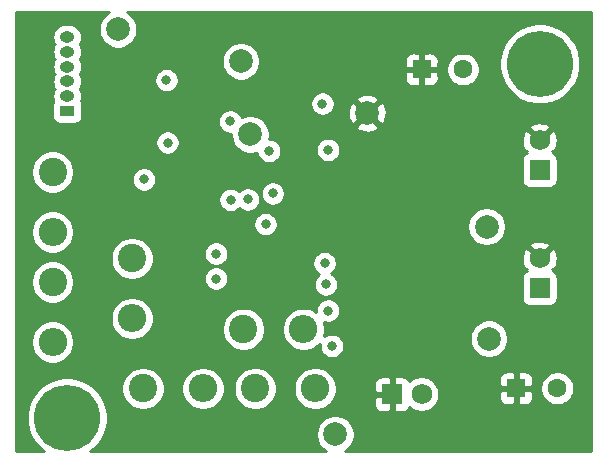
<source format=gbr>
%TF.GenerationSoftware,KiCad,Pcbnew,(5.1.10)-1*%
%TF.CreationDate,2021-08-14T12:20:45-07:00*%
%TF.ProjectId,EmitterDriverV2,456d6974-7465-4724-9472-697665725632,rev?*%
%TF.SameCoordinates,Original*%
%TF.FileFunction,Copper,L3,Inr*%
%TF.FilePolarity,Positive*%
%FSLAX46Y46*%
G04 Gerber Fmt 4.6, Leading zero omitted, Abs format (unit mm)*
G04 Created by KiCad (PCBNEW (5.1.10)-1) date 2021-08-14 12:20:45*
%MOMM*%
%LPD*%
G01*
G04 APERTURE LIST*
%TA.AperFunction,ComponentPad*%
%ADD10C,5.600000*%
%TD*%
%TA.AperFunction,ComponentPad*%
%ADD11R,1.600000X1.600000*%
%TD*%
%TA.AperFunction,ComponentPad*%
%ADD12C,1.600000*%
%TD*%
%TA.AperFunction,ComponentPad*%
%ADD13R,1.750000X1.750000*%
%TD*%
%TA.AperFunction,ComponentPad*%
%ADD14C,1.750000*%
%TD*%
%TA.AperFunction,ComponentPad*%
%ADD15O,1.250000X0.950000*%
%TD*%
%TA.AperFunction,ComponentPad*%
%ADD16R,1.250000X0.950000*%
%TD*%
%TA.AperFunction,ComponentPad*%
%ADD17C,2.400000*%
%TD*%
%TA.AperFunction,ComponentPad*%
%ADD18O,2.400000X2.400000*%
%TD*%
%TA.AperFunction,ComponentPad*%
%ADD19C,2.000000*%
%TD*%
%TA.AperFunction,ViaPad*%
%ADD20C,0.800000*%
%TD*%
%TA.AperFunction,Conductor*%
%ADD21C,0.254000*%
%TD*%
%TA.AperFunction,Conductor*%
%ADD22C,0.100000*%
%TD*%
G04 APERTURE END LIST*
D10*
%TO.N,N/C*%
%TO.C,REF\u002A\u002A*%
X75000000Y-45000000D03*
%TD*%
%TO.N,N/C*%
%TO.C,REF\u002A\u002A*%
X35000000Y-75000000D03*
%TD*%
D11*
%TO.N,+BATT*%
%TO.C,C1*%
X73000000Y-72500000D03*
D12*
%TO.N,GND*%
X76500000Y-72500000D03*
%TD*%
%TO.N,GND*%
%TO.C,C2*%
X68500000Y-45500000D03*
D11*
%TO.N,+BATT*%
X65000000Y-45500000D03*
%TD*%
D13*
%TO.N,Net-(D3-Pad1)*%
%TO.C,D3*%
X75000000Y-64000000D03*
D14*
%TO.N,+BATT*%
X75000000Y-61500000D03*
%TD*%
%TO.N,+BATT*%
%TO.C,D4*%
X75000000Y-51500000D03*
D13*
%TO.N,Net-(D4-Pad1)*%
X75000000Y-54000000D03*
%TD*%
D15*
%TO.N,N/C*%
%TO.C,J1*%
X35000000Y-42750000D03*
%TO.N,GND*%
X35000000Y-44000000D03*
%TO.N,/Mod2*%
X35000000Y-45250000D03*
%TO.N,/Mod1*%
X35000000Y-46500000D03*
%TO.N,/PWM*%
X35000000Y-47750000D03*
D16*
%TO.N,VCC*%
X35000000Y-49000000D03*
%TD*%
D14*
%TO.N,GND*%
%TO.C,J2*%
X65000000Y-73000000D03*
D13*
%TO.N,+BATT*%
X62500000Y-73000000D03*
%TD*%
D17*
%TO.N,Net-(R12-Pad2)*%
%TO.C,R8*%
X33760000Y-63500000D03*
D18*
%TO.N,Net-(Q4-Pad3)*%
X33760000Y-68580000D03*
%TD*%
%TO.N,Net-(Q4-Pad3)*%
%TO.C,R9*%
X40500000Y-66580000D03*
D17*
%TO.N,Net-(R12-Pad2)*%
X40500000Y-61500000D03*
%TD*%
D18*
%TO.N,Net-(Q5-Pad3)*%
%TO.C,R10*%
X56000000Y-72500000D03*
D17*
%TO.N,Net-(R10-Pad1)*%
X50920000Y-72500000D03*
%TD*%
D18*
%TO.N,Net-(Q5-Pad3)*%
%TO.C,R11*%
X55000000Y-67500000D03*
D17*
%TO.N,Net-(R10-Pad1)*%
X49920000Y-67500000D03*
%TD*%
%TO.N,GND*%
%TO.C,R12*%
X33760000Y-54185000D03*
D18*
%TO.N,Net-(R12-Pad2)*%
X33760000Y-59265000D03*
%TD*%
D17*
%TO.N,GND*%
%TO.C,R13*%
X41420000Y-72500000D03*
D18*
%TO.N,Net-(R10-Pad1)*%
X46500000Y-72500000D03*
%TD*%
D19*
%TO.N,+BATT*%
%TO.C,BATT*%
X60400000Y-49200000D03*
%TD*%
%TO.N,GND*%
%TO.C,GND*%
X57700000Y-76400000D03*
%TD*%
%TO.N,Net-(D1-Pad1)*%
%TO.C,TP3*%
X50500000Y-51000000D03*
%TD*%
%TO.N,Net-(D2-Pad1)*%
%TO.C,TP4*%
X49700000Y-44800000D03*
%TD*%
%TO.N,Net-(Q5-Pad3)*%
%TO.C,TP5*%
X70500000Y-58800000D03*
%TD*%
%TO.N,Net-(Q4-Pad3)*%
%TO.C,TP6*%
X70700000Y-68300000D03*
%TD*%
%TO.N,GND*%
%TO.C,GND*%
X39300000Y-42100000D03*
%TD*%
D20*
%TO.N,+BATT*%
X56100000Y-56100000D03*
%TO.N,GND*%
X41500000Y-54800000D03*
X43500000Y-51700000D03*
X43400000Y-46400000D03*
X56600000Y-48400000D03*
X52400000Y-56000000D03*
X47600000Y-63200000D03*
X52100000Y-52400000D03*
%TO.N,Net-(D1-Pad1)*%
X50300000Y-56500000D03*
X47600000Y-61100000D03*
%TO.N,Net-(D2-Pad1)*%
X57100000Y-52300000D03*
X56800000Y-61900000D03*
%TO.N,Net-(Q2-Pad3)*%
X48800000Y-49900000D03*
X48840000Y-56535000D03*
%TO.N,Net-(Q4-Pad1)*%
X56900000Y-63700000D03*
X51800000Y-58600000D03*
%TO.N,Net-(Q4-Pad3)*%
X57400000Y-68900000D03*
X57085751Y-65914249D03*
%TD*%
D21*
%TO.N,+BATT*%
X38257748Y-40830013D02*
X38030013Y-41057748D01*
X37851082Y-41325537D01*
X37727832Y-41623088D01*
X37665000Y-41938967D01*
X37665000Y-42261033D01*
X37727832Y-42576912D01*
X37851082Y-42874463D01*
X38030013Y-43142252D01*
X38257748Y-43369987D01*
X38525537Y-43548918D01*
X38823088Y-43672168D01*
X39138967Y-43735000D01*
X39461033Y-43735000D01*
X39776912Y-43672168D01*
X40074463Y-43548918D01*
X40342252Y-43369987D01*
X40569987Y-43142252D01*
X40748918Y-42874463D01*
X40872168Y-42576912D01*
X40935000Y-42261033D01*
X40935000Y-41938967D01*
X40872168Y-41623088D01*
X40748918Y-41325537D01*
X40569987Y-41057748D01*
X40342252Y-40830013D01*
X40087810Y-40660000D01*
X79340000Y-40660000D01*
X79340001Y-77840000D01*
X58487810Y-77840000D01*
X58742252Y-77669987D01*
X58969987Y-77442252D01*
X59148918Y-77174463D01*
X59272168Y-76876912D01*
X59335000Y-76561033D01*
X59335000Y-76238967D01*
X59272168Y-75923088D01*
X59148918Y-75625537D01*
X58969987Y-75357748D01*
X58742252Y-75130013D01*
X58474463Y-74951082D01*
X58176912Y-74827832D01*
X57861033Y-74765000D01*
X57538967Y-74765000D01*
X57223088Y-74827832D01*
X56925537Y-74951082D01*
X56657748Y-75130013D01*
X56430013Y-75357748D01*
X56251082Y-75625537D01*
X56127832Y-75923088D01*
X56065000Y-76238967D01*
X56065000Y-76561033D01*
X56127832Y-76876912D01*
X56251082Y-77174463D01*
X56430013Y-77442252D01*
X56657748Y-77669987D01*
X56912190Y-77840000D01*
X36932475Y-77840000D01*
X37189685Y-77668138D01*
X37668138Y-77189685D01*
X38044057Y-76627082D01*
X38302994Y-76001952D01*
X38435000Y-75338318D01*
X38435000Y-74661682D01*
X38302994Y-73998048D01*
X38044057Y-73372918D01*
X37668138Y-72810315D01*
X37189685Y-72331862D01*
X37170837Y-72319268D01*
X39585000Y-72319268D01*
X39585000Y-72680732D01*
X39655518Y-73035250D01*
X39793844Y-73369199D01*
X39994662Y-73669744D01*
X40250256Y-73925338D01*
X40550801Y-74126156D01*
X40884750Y-74264482D01*
X41239268Y-74335000D01*
X41600732Y-74335000D01*
X41955250Y-74264482D01*
X42289199Y-74126156D01*
X42589744Y-73925338D01*
X42845338Y-73669744D01*
X43046156Y-73369199D01*
X43184482Y-73035250D01*
X43255000Y-72680732D01*
X43255000Y-72319268D01*
X44665000Y-72319268D01*
X44665000Y-72680732D01*
X44735518Y-73035250D01*
X44873844Y-73369199D01*
X45074662Y-73669744D01*
X45330256Y-73925338D01*
X45630801Y-74126156D01*
X45964750Y-74264482D01*
X46319268Y-74335000D01*
X46680732Y-74335000D01*
X47035250Y-74264482D01*
X47369199Y-74126156D01*
X47669744Y-73925338D01*
X47925338Y-73669744D01*
X48126156Y-73369199D01*
X48264482Y-73035250D01*
X48335000Y-72680732D01*
X48335000Y-72319268D01*
X49085000Y-72319268D01*
X49085000Y-72680732D01*
X49155518Y-73035250D01*
X49293844Y-73369199D01*
X49494662Y-73669744D01*
X49750256Y-73925338D01*
X50050801Y-74126156D01*
X50384750Y-74264482D01*
X50739268Y-74335000D01*
X51100732Y-74335000D01*
X51455250Y-74264482D01*
X51789199Y-74126156D01*
X52089744Y-73925338D01*
X52345338Y-73669744D01*
X52546156Y-73369199D01*
X52684482Y-73035250D01*
X52755000Y-72680732D01*
X52755000Y-72319268D01*
X54165000Y-72319268D01*
X54165000Y-72680732D01*
X54235518Y-73035250D01*
X54373844Y-73369199D01*
X54574662Y-73669744D01*
X54830256Y-73925338D01*
X55130801Y-74126156D01*
X55464750Y-74264482D01*
X55819268Y-74335000D01*
X56180732Y-74335000D01*
X56535250Y-74264482D01*
X56869199Y-74126156D01*
X57169744Y-73925338D01*
X57220082Y-73875000D01*
X60986928Y-73875000D01*
X60999188Y-73999482D01*
X61035498Y-74119180D01*
X61094463Y-74229494D01*
X61173815Y-74326185D01*
X61270506Y-74405537D01*
X61380820Y-74464502D01*
X61500518Y-74500812D01*
X61625000Y-74513072D01*
X62214250Y-74510000D01*
X62373000Y-74351250D01*
X62373000Y-73127000D01*
X61148750Y-73127000D01*
X60990000Y-73285750D01*
X60986928Y-73875000D01*
X57220082Y-73875000D01*
X57425338Y-73669744D01*
X57626156Y-73369199D01*
X57764482Y-73035250D01*
X57835000Y-72680732D01*
X57835000Y-72319268D01*
X57796358Y-72125000D01*
X60986928Y-72125000D01*
X60990000Y-72714250D01*
X61148750Y-72873000D01*
X62373000Y-72873000D01*
X62373000Y-71648750D01*
X62627000Y-71648750D01*
X62627000Y-72873000D01*
X62647000Y-72873000D01*
X62647000Y-73127000D01*
X62627000Y-73127000D01*
X62627000Y-74351250D01*
X62785750Y-74510000D01*
X63375000Y-74513072D01*
X63499482Y-74500812D01*
X63619180Y-74464502D01*
X63729494Y-74405537D01*
X63826185Y-74326185D01*
X63905537Y-74229494D01*
X63964502Y-74119180D01*
X63968974Y-74104436D01*
X64037431Y-74172893D01*
X64284747Y-74338144D01*
X64559549Y-74451971D01*
X64851278Y-74510000D01*
X65148722Y-74510000D01*
X65440451Y-74451971D01*
X65715253Y-74338144D01*
X65962569Y-74172893D01*
X66172893Y-73962569D01*
X66338144Y-73715253D01*
X66451971Y-73440451D01*
X66479908Y-73300000D01*
X71561928Y-73300000D01*
X71574188Y-73424482D01*
X71610498Y-73544180D01*
X71669463Y-73654494D01*
X71748815Y-73751185D01*
X71845506Y-73830537D01*
X71955820Y-73889502D01*
X72075518Y-73925812D01*
X72200000Y-73938072D01*
X72714250Y-73935000D01*
X72873000Y-73776250D01*
X72873000Y-72627000D01*
X73127000Y-72627000D01*
X73127000Y-73776250D01*
X73285750Y-73935000D01*
X73800000Y-73938072D01*
X73924482Y-73925812D01*
X74044180Y-73889502D01*
X74154494Y-73830537D01*
X74251185Y-73751185D01*
X74330537Y-73654494D01*
X74389502Y-73544180D01*
X74425812Y-73424482D01*
X74438072Y-73300000D01*
X74435000Y-72785750D01*
X74276250Y-72627000D01*
X73127000Y-72627000D01*
X72873000Y-72627000D01*
X71723750Y-72627000D01*
X71565000Y-72785750D01*
X71561928Y-73300000D01*
X66479908Y-73300000D01*
X66510000Y-73148722D01*
X66510000Y-72851278D01*
X66451971Y-72559549D01*
X66338144Y-72284747D01*
X66172893Y-72037431D01*
X65962569Y-71827107D01*
X65772340Y-71700000D01*
X71561928Y-71700000D01*
X71565000Y-72214250D01*
X71723750Y-72373000D01*
X72873000Y-72373000D01*
X72873000Y-71223750D01*
X73127000Y-71223750D01*
X73127000Y-72373000D01*
X74276250Y-72373000D01*
X74290585Y-72358665D01*
X75065000Y-72358665D01*
X75065000Y-72641335D01*
X75120147Y-72918574D01*
X75228320Y-73179727D01*
X75385363Y-73414759D01*
X75585241Y-73614637D01*
X75820273Y-73771680D01*
X76081426Y-73879853D01*
X76358665Y-73935000D01*
X76641335Y-73935000D01*
X76918574Y-73879853D01*
X77179727Y-73771680D01*
X77414759Y-73614637D01*
X77614637Y-73414759D01*
X77771680Y-73179727D01*
X77879853Y-72918574D01*
X77935000Y-72641335D01*
X77935000Y-72358665D01*
X77879853Y-72081426D01*
X77771680Y-71820273D01*
X77614637Y-71585241D01*
X77414759Y-71385363D01*
X77179727Y-71228320D01*
X76918574Y-71120147D01*
X76641335Y-71065000D01*
X76358665Y-71065000D01*
X76081426Y-71120147D01*
X75820273Y-71228320D01*
X75585241Y-71385363D01*
X75385363Y-71585241D01*
X75228320Y-71820273D01*
X75120147Y-72081426D01*
X75065000Y-72358665D01*
X74290585Y-72358665D01*
X74435000Y-72214250D01*
X74438072Y-71700000D01*
X74425812Y-71575518D01*
X74389502Y-71455820D01*
X74330537Y-71345506D01*
X74251185Y-71248815D01*
X74154494Y-71169463D01*
X74044180Y-71110498D01*
X73924482Y-71074188D01*
X73800000Y-71061928D01*
X73285750Y-71065000D01*
X73127000Y-71223750D01*
X72873000Y-71223750D01*
X72714250Y-71065000D01*
X72200000Y-71061928D01*
X72075518Y-71074188D01*
X71955820Y-71110498D01*
X71845506Y-71169463D01*
X71748815Y-71248815D01*
X71669463Y-71345506D01*
X71610498Y-71455820D01*
X71574188Y-71575518D01*
X71561928Y-71700000D01*
X65772340Y-71700000D01*
X65715253Y-71661856D01*
X65440451Y-71548029D01*
X65148722Y-71490000D01*
X64851278Y-71490000D01*
X64559549Y-71548029D01*
X64284747Y-71661856D01*
X64037431Y-71827107D01*
X63968974Y-71895564D01*
X63964502Y-71880820D01*
X63905537Y-71770506D01*
X63826185Y-71673815D01*
X63729494Y-71594463D01*
X63619180Y-71535498D01*
X63499482Y-71499188D01*
X63375000Y-71486928D01*
X62785750Y-71490000D01*
X62627000Y-71648750D01*
X62373000Y-71648750D01*
X62214250Y-71490000D01*
X61625000Y-71486928D01*
X61500518Y-71499188D01*
X61380820Y-71535498D01*
X61270506Y-71594463D01*
X61173815Y-71673815D01*
X61094463Y-71770506D01*
X61035498Y-71880820D01*
X60999188Y-72000518D01*
X60986928Y-72125000D01*
X57796358Y-72125000D01*
X57764482Y-71964750D01*
X57626156Y-71630801D01*
X57425338Y-71330256D01*
X57169744Y-71074662D01*
X56869199Y-70873844D01*
X56535250Y-70735518D01*
X56180732Y-70665000D01*
X55819268Y-70665000D01*
X55464750Y-70735518D01*
X55130801Y-70873844D01*
X54830256Y-71074662D01*
X54574662Y-71330256D01*
X54373844Y-71630801D01*
X54235518Y-71964750D01*
X54165000Y-72319268D01*
X52755000Y-72319268D01*
X52684482Y-71964750D01*
X52546156Y-71630801D01*
X52345338Y-71330256D01*
X52089744Y-71074662D01*
X51789199Y-70873844D01*
X51455250Y-70735518D01*
X51100732Y-70665000D01*
X50739268Y-70665000D01*
X50384750Y-70735518D01*
X50050801Y-70873844D01*
X49750256Y-71074662D01*
X49494662Y-71330256D01*
X49293844Y-71630801D01*
X49155518Y-71964750D01*
X49085000Y-72319268D01*
X48335000Y-72319268D01*
X48264482Y-71964750D01*
X48126156Y-71630801D01*
X47925338Y-71330256D01*
X47669744Y-71074662D01*
X47369199Y-70873844D01*
X47035250Y-70735518D01*
X46680732Y-70665000D01*
X46319268Y-70665000D01*
X45964750Y-70735518D01*
X45630801Y-70873844D01*
X45330256Y-71074662D01*
X45074662Y-71330256D01*
X44873844Y-71630801D01*
X44735518Y-71964750D01*
X44665000Y-72319268D01*
X43255000Y-72319268D01*
X43184482Y-71964750D01*
X43046156Y-71630801D01*
X42845338Y-71330256D01*
X42589744Y-71074662D01*
X42289199Y-70873844D01*
X41955250Y-70735518D01*
X41600732Y-70665000D01*
X41239268Y-70665000D01*
X40884750Y-70735518D01*
X40550801Y-70873844D01*
X40250256Y-71074662D01*
X39994662Y-71330256D01*
X39793844Y-71630801D01*
X39655518Y-71964750D01*
X39585000Y-72319268D01*
X37170837Y-72319268D01*
X36627082Y-71955943D01*
X36001952Y-71697006D01*
X35338318Y-71565000D01*
X34661682Y-71565000D01*
X33998048Y-71697006D01*
X33372918Y-71955943D01*
X32810315Y-72331862D01*
X32331862Y-72810315D01*
X31955943Y-73372918D01*
X31697006Y-73998048D01*
X31565000Y-74661682D01*
X31565000Y-75338318D01*
X31697006Y-76001952D01*
X31955943Y-76627082D01*
X32331862Y-77189685D01*
X32810315Y-77668138D01*
X33067525Y-77840000D01*
X30660000Y-77840000D01*
X30660000Y-68399268D01*
X31925000Y-68399268D01*
X31925000Y-68760732D01*
X31995518Y-69115250D01*
X32133844Y-69449199D01*
X32334662Y-69749744D01*
X32590256Y-70005338D01*
X32890801Y-70206156D01*
X33224750Y-70344482D01*
X33579268Y-70415000D01*
X33940732Y-70415000D01*
X34295250Y-70344482D01*
X34629199Y-70206156D01*
X34929744Y-70005338D01*
X35185338Y-69749744D01*
X35386156Y-69449199D01*
X35524482Y-69115250D01*
X35595000Y-68760732D01*
X35595000Y-68399268D01*
X35524482Y-68044750D01*
X35386156Y-67710801D01*
X35185338Y-67410256D01*
X34929744Y-67154662D01*
X34629199Y-66953844D01*
X34295250Y-66815518D01*
X33940732Y-66745000D01*
X33579268Y-66745000D01*
X33224750Y-66815518D01*
X32890801Y-66953844D01*
X32590256Y-67154662D01*
X32334662Y-67410256D01*
X32133844Y-67710801D01*
X31995518Y-68044750D01*
X31925000Y-68399268D01*
X30660000Y-68399268D01*
X30660000Y-66399268D01*
X38665000Y-66399268D01*
X38665000Y-66760732D01*
X38735518Y-67115250D01*
X38873844Y-67449199D01*
X39074662Y-67749744D01*
X39330256Y-68005338D01*
X39630801Y-68206156D01*
X39964750Y-68344482D01*
X40319268Y-68415000D01*
X40680732Y-68415000D01*
X41035250Y-68344482D01*
X41369199Y-68206156D01*
X41669744Y-68005338D01*
X41925338Y-67749744D01*
X42126156Y-67449199D01*
X42179975Y-67319268D01*
X48085000Y-67319268D01*
X48085000Y-67680732D01*
X48155518Y-68035250D01*
X48293844Y-68369199D01*
X48494662Y-68669744D01*
X48750256Y-68925338D01*
X49050801Y-69126156D01*
X49384750Y-69264482D01*
X49739268Y-69335000D01*
X50100732Y-69335000D01*
X50455250Y-69264482D01*
X50789199Y-69126156D01*
X51089744Y-68925338D01*
X51345338Y-68669744D01*
X51546156Y-68369199D01*
X51684482Y-68035250D01*
X51755000Y-67680732D01*
X51755000Y-67319268D01*
X53165000Y-67319268D01*
X53165000Y-67680732D01*
X53235518Y-68035250D01*
X53373844Y-68369199D01*
X53574662Y-68669744D01*
X53830256Y-68925338D01*
X54130801Y-69126156D01*
X54464750Y-69264482D01*
X54819268Y-69335000D01*
X55180732Y-69335000D01*
X55535250Y-69264482D01*
X55869199Y-69126156D01*
X56169744Y-68925338D01*
X56381879Y-68713203D01*
X56365000Y-68798061D01*
X56365000Y-69001939D01*
X56404774Y-69201898D01*
X56482795Y-69390256D01*
X56596063Y-69559774D01*
X56740226Y-69703937D01*
X56909744Y-69817205D01*
X57098102Y-69895226D01*
X57298061Y-69935000D01*
X57501939Y-69935000D01*
X57701898Y-69895226D01*
X57890256Y-69817205D01*
X58059774Y-69703937D01*
X58203937Y-69559774D01*
X58317205Y-69390256D01*
X58395226Y-69201898D01*
X58435000Y-69001939D01*
X58435000Y-68798061D01*
X58395226Y-68598102D01*
X58317205Y-68409744D01*
X58203937Y-68240226D01*
X58102678Y-68138967D01*
X69065000Y-68138967D01*
X69065000Y-68461033D01*
X69127832Y-68776912D01*
X69251082Y-69074463D01*
X69430013Y-69342252D01*
X69657748Y-69569987D01*
X69925537Y-69748918D01*
X70223088Y-69872168D01*
X70538967Y-69935000D01*
X70861033Y-69935000D01*
X71176912Y-69872168D01*
X71474463Y-69748918D01*
X71742252Y-69569987D01*
X71969987Y-69342252D01*
X72148918Y-69074463D01*
X72272168Y-68776912D01*
X72335000Y-68461033D01*
X72335000Y-68138967D01*
X72272168Y-67823088D01*
X72148918Y-67525537D01*
X71969987Y-67257748D01*
X71742252Y-67030013D01*
X71474463Y-66851082D01*
X71176912Y-66727832D01*
X70861033Y-66665000D01*
X70538967Y-66665000D01*
X70223088Y-66727832D01*
X69925537Y-66851082D01*
X69657748Y-67030013D01*
X69430013Y-67257748D01*
X69251082Y-67525537D01*
X69127832Y-67823088D01*
X69065000Y-68138967D01*
X58102678Y-68138967D01*
X58059774Y-68096063D01*
X57890256Y-67982795D01*
X57701898Y-67904774D01*
X57501939Y-67865000D01*
X57298061Y-67865000D01*
X57098102Y-67904774D01*
X56909744Y-67982795D01*
X56740226Y-68096063D01*
X56738632Y-68097657D01*
X56764482Y-68035250D01*
X56835000Y-67680732D01*
X56835000Y-67319268D01*
X56764482Y-66964750D01*
X56732833Y-66888342D01*
X56783853Y-66909475D01*
X56983812Y-66949249D01*
X57187690Y-66949249D01*
X57387649Y-66909475D01*
X57576007Y-66831454D01*
X57745525Y-66718186D01*
X57889688Y-66574023D01*
X58002956Y-66404505D01*
X58080977Y-66216147D01*
X58120751Y-66016188D01*
X58120751Y-65812310D01*
X58080977Y-65612351D01*
X58002956Y-65423993D01*
X57889688Y-65254475D01*
X57745525Y-65110312D01*
X57576007Y-64997044D01*
X57387649Y-64919023D01*
X57187690Y-64879249D01*
X56983812Y-64879249D01*
X56783853Y-64919023D01*
X56595495Y-64997044D01*
X56425977Y-65110312D01*
X56281814Y-65254475D01*
X56168546Y-65423993D01*
X56090525Y-65612351D01*
X56050751Y-65812310D01*
X56050751Y-65995153D01*
X55869199Y-65873844D01*
X55535250Y-65735518D01*
X55180732Y-65665000D01*
X54819268Y-65665000D01*
X54464750Y-65735518D01*
X54130801Y-65873844D01*
X53830256Y-66074662D01*
X53574662Y-66330256D01*
X53373844Y-66630801D01*
X53235518Y-66964750D01*
X53165000Y-67319268D01*
X51755000Y-67319268D01*
X51684482Y-66964750D01*
X51546156Y-66630801D01*
X51345338Y-66330256D01*
X51089744Y-66074662D01*
X50789199Y-65873844D01*
X50455250Y-65735518D01*
X50100732Y-65665000D01*
X49739268Y-65665000D01*
X49384750Y-65735518D01*
X49050801Y-65873844D01*
X48750256Y-66074662D01*
X48494662Y-66330256D01*
X48293844Y-66630801D01*
X48155518Y-66964750D01*
X48085000Y-67319268D01*
X42179975Y-67319268D01*
X42264482Y-67115250D01*
X42335000Y-66760732D01*
X42335000Y-66399268D01*
X42264482Y-66044750D01*
X42126156Y-65710801D01*
X41925338Y-65410256D01*
X41669744Y-65154662D01*
X41369199Y-64953844D01*
X41035250Y-64815518D01*
X40680732Y-64745000D01*
X40319268Y-64745000D01*
X39964750Y-64815518D01*
X39630801Y-64953844D01*
X39330256Y-65154662D01*
X39074662Y-65410256D01*
X38873844Y-65710801D01*
X38735518Y-66044750D01*
X38665000Y-66399268D01*
X30660000Y-66399268D01*
X30660000Y-63319268D01*
X31925000Y-63319268D01*
X31925000Y-63680732D01*
X31995518Y-64035250D01*
X32133844Y-64369199D01*
X32334662Y-64669744D01*
X32590256Y-64925338D01*
X32890801Y-65126156D01*
X33224750Y-65264482D01*
X33579268Y-65335000D01*
X33940732Y-65335000D01*
X34295250Y-65264482D01*
X34629199Y-65126156D01*
X34929744Y-64925338D01*
X35185338Y-64669744D01*
X35386156Y-64369199D01*
X35524482Y-64035250D01*
X35595000Y-63680732D01*
X35595000Y-63319268D01*
X35524482Y-62964750D01*
X35386156Y-62630801D01*
X35185338Y-62330256D01*
X34929744Y-62074662D01*
X34629199Y-61873844D01*
X34295250Y-61735518D01*
X33940732Y-61665000D01*
X33579268Y-61665000D01*
X33224750Y-61735518D01*
X32890801Y-61873844D01*
X32590256Y-62074662D01*
X32334662Y-62330256D01*
X32133844Y-62630801D01*
X31995518Y-62964750D01*
X31925000Y-63319268D01*
X30660000Y-63319268D01*
X30660000Y-61319268D01*
X38665000Y-61319268D01*
X38665000Y-61680732D01*
X38735518Y-62035250D01*
X38873844Y-62369199D01*
X39074662Y-62669744D01*
X39330256Y-62925338D01*
X39630801Y-63126156D01*
X39964750Y-63264482D01*
X40319268Y-63335000D01*
X40680732Y-63335000D01*
X41035250Y-63264482D01*
X41369199Y-63126156D01*
X41411246Y-63098061D01*
X46565000Y-63098061D01*
X46565000Y-63301939D01*
X46604774Y-63501898D01*
X46682795Y-63690256D01*
X46796063Y-63859774D01*
X46940226Y-64003937D01*
X47109744Y-64117205D01*
X47298102Y-64195226D01*
X47498061Y-64235000D01*
X47701939Y-64235000D01*
X47901898Y-64195226D01*
X48090256Y-64117205D01*
X48259774Y-64003937D01*
X48403937Y-63859774D01*
X48517205Y-63690256D01*
X48595226Y-63501898D01*
X48635000Y-63301939D01*
X48635000Y-63098061D01*
X48595226Y-62898102D01*
X48517205Y-62709744D01*
X48403937Y-62540226D01*
X48259774Y-62396063D01*
X48090256Y-62282795D01*
X47901898Y-62204774D01*
X47701939Y-62165000D01*
X47498061Y-62165000D01*
X47298102Y-62204774D01*
X47109744Y-62282795D01*
X46940226Y-62396063D01*
X46796063Y-62540226D01*
X46682795Y-62709744D01*
X46604774Y-62898102D01*
X46565000Y-63098061D01*
X41411246Y-63098061D01*
X41669744Y-62925338D01*
X41925338Y-62669744D01*
X42126156Y-62369199D01*
X42264482Y-62035250D01*
X42335000Y-61680732D01*
X42335000Y-61319268D01*
X42271108Y-60998061D01*
X46565000Y-60998061D01*
X46565000Y-61201939D01*
X46604774Y-61401898D01*
X46682795Y-61590256D01*
X46796063Y-61759774D01*
X46940226Y-61903937D01*
X47109744Y-62017205D01*
X47298102Y-62095226D01*
X47498061Y-62135000D01*
X47701939Y-62135000D01*
X47901898Y-62095226D01*
X48090256Y-62017205D01*
X48259774Y-61903937D01*
X48365650Y-61798061D01*
X55765000Y-61798061D01*
X55765000Y-62001939D01*
X55804774Y-62201898D01*
X55882795Y-62390256D01*
X55996063Y-62559774D01*
X56140226Y-62703937D01*
X56309744Y-62817205D01*
X56339685Y-62829607D01*
X56240226Y-62896063D01*
X56096063Y-63040226D01*
X55982795Y-63209744D01*
X55904774Y-63398102D01*
X55865000Y-63598061D01*
X55865000Y-63801939D01*
X55904774Y-64001898D01*
X55982795Y-64190256D01*
X56096063Y-64359774D01*
X56240226Y-64503937D01*
X56409744Y-64617205D01*
X56598102Y-64695226D01*
X56798061Y-64735000D01*
X57001939Y-64735000D01*
X57201898Y-64695226D01*
X57390256Y-64617205D01*
X57559774Y-64503937D01*
X57703937Y-64359774D01*
X57817205Y-64190256D01*
X57895226Y-64001898D01*
X57935000Y-63801939D01*
X57935000Y-63598061D01*
X57895226Y-63398102D01*
X57817205Y-63209744D01*
X57703937Y-63040226D01*
X57559774Y-62896063D01*
X57390256Y-62782795D01*
X57360315Y-62770393D01*
X57459774Y-62703937D01*
X57603937Y-62559774D01*
X57717205Y-62390256D01*
X57795226Y-62201898D01*
X57835000Y-62001939D01*
X57835000Y-61798061D01*
X57795226Y-61598102D01*
X57782568Y-61567543D01*
X73484196Y-61567543D01*
X73526499Y-61861963D01*
X73625428Y-62142474D01*
X73702132Y-62285975D01*
X73953758Y-62366634D01*
X73837733Y-62482659D01*
X73888302Y-62533228D01*
X73880820Y-62535498D01*
X73770506Y-62594463D01*
X73673815Y-62673815D01*
X73594463Y-62770506D01*
X73535498Y-62880820D01*
X73499188Y-63000518D01*
X73486928Y-63125000D01*
X73486928Y-64875000D01*
X73499188Y-64999482D01*
X73535498Y-65119180D01*
X73594463Y-65229494D01*
X73673815Y-65326185D01*
X73770506Y-65405537D01*
X73880820Y-65464502D01*
X74000518Y-65500812D01*
X74125000Y-65513072D01*
X75875000Y-65513072D01*
X75999482Y-65500812D01*
X76119180Y-65464502D01*
X76229494Y-65405537D01*
X76326185Y-65326185D01*
X76405537Y-65229494D01*
X76464502Y-65119180D01*
X76500812Y-64999482D01*
X76513072Y-64875000D01*
X76513072Y-63125000D01*
X76500812Y-63000518D01*
X76464502Y-62880820D01*
X76405537Y-62770506D01*
X76326185Y-62673815D01*
X76229494Y-62594463D01*
X76119180Y-62535498D01*
X76111698Y-62533228D01*
X76162267Y-62482659D01*
X76046242Y-62366634D01*
X76297868Y-62285975D01*
X76426267Y-62017671D01*
X76499855Y-61729474D01*
X76515804Y-61432457D01*
X76473501Y-61138037D01*
X76374572Y-60857526D01*
X76297868Y-60714025D01*
X76046240Y-60633365D01*
X75179605Y-61500000D01*
X75193748Y-61514143D01*
X75014143Y-61693748D01*
X75000000Y-61679605D01*
X74985858Y-61693748D01*
X74806253Y-61514143D01*
X74820395Y-61500000D01*
X73953760Y-60633365D01*
X73702132Y-60714025D01*
X73573733Y-60982329D01*
X73500145Y-61270526D01*
X73484196Y-61567543D01*
X57782568Y-61567543D01*
X57717205Y-61409744D01*
X57603937Y-61240226D01*
X57459774Y-61096063D01*
X57290256Y-60982795D01*
X57101898Y-60904774D01*
X56901939Y-60865000D01*
X56698061Y-60865000D01*
X56498102Y-60904774D01*
X56309744Y-60982795D01*
X56140226Y-61096063D01*
X55996063Y-61240226D01*
X55882795Y-61409744D01*
X55804774Y-61598102D01*
X55765000Y-61798061D01*
X48365650Y-61798061D01*
X48403937Y-61759774D01*
X48517205Y-61590256D01*
X48595226Y-61401898D01*
X48635000Y-61201939D01*
X48635000Y-60998061D01*
X48595226Y-60798102D01*
X48517205Y-60609744D01*
X48412981Y-60453760D01*
X74133365Y-60453760D01*
X75000000Y-61320395D01*
X75866635Y-60453760D01*
X75785975Y-60202132D01*
X75517671Y-60073733D01*
X75229474Y-60000145D01*
X74932457Y-59984196D01*
X74638037Y-60026499D01*
X74357526Y-60125428D01*
X74214025Y-60202132D01*
X74133365Y-60453760D01*
X48412981Y-60453760D01*
X48403937Y-60440226D01*
X48259774Y-60296063D01*
X48090256Y-60182795D01*
X47901898Y-60104774D01*
X47701939Y-60065000D01*
X47498061Y-60065000D01*
X47298102Y-60104774D01*
X47109744Y-60182795D01*
X46940226Y-60296063D01*
X46796063Y-60440226D01*
X46682795Y-60609744D01*
X46604774Y-60798102D01*
X46565000Y-60998061D01*
X42271108Y-60998061D01*
X42264482Y-60964750D01*
X42126156Y-60630801D01*
X41925338Y-60330256D01*
X41669744Y-60074662D01*
X41369199Y-59873844D01*
X41035250Y-59735518D01*
X40680732Y-59665000D01*
X40319268Y-59665000D01*
X39964750Y-59735518D01*
X39630801Y-59873844D01*
X39330256Y-60074662D01*
X39074662Y-60330256D01*
X38873844Y-60630801D01*
X38735518Y-60964750D01*
X38665000Y-61319268D01*
X30660000Y-61319268D01*
X30660000Y-59084268D01*
X31925000Y-59084268D01*
X31925000Y-59445732D01*
X31995518Y-59800250D01*
X32133844Y-60134199D01*
X32334662Y-60434744D01*
X32590256Y-60690338D01*
X32890801Y-60891156D01*
X33224750Y-61029482D01*
X33579268Y-61100000D01*
X33940732Y-61100000D01*
X34295250Y-61029482D01*
X34629199Y-60891156D01*
X34929744Y-60690338D01*
X35185338Y-60434744D01*
X35386156Y-60134199D01*
X35524482Y-59800250D01*
X35595000Y-59445732D01*
X35595000Y-59084268D01*
X35524482Y-58729750D01*
X35428514Y-58498061D01*
X50765000Y-58498061D01*
X50765000Y-58701939D01*
X50804774Y-58901898D01*
X50882795Y-59090256D01*
X50996063Y-59259774D01*
X51140226Y-59403937D01*
X51309744Y-59517205D01*
X51498102Y-59595226D01*
X51698061Y-59635000D01*
X51901939Y-59635000D01*
X52101898Y-59595226D01*
X52290256Y-59517205D01*
X52459774Y-59403937D01*
X52603937Y-59259774D01*
X52717205Y-59090256D01*
X52795226Y-58901898D01*
X52835000Y-58701939D01*
X52835000Y-58638967D01*
X68865000Y-58638967D01*
X68865000Y-58961033D01*
X68927832Y-59276912D01*
X69051082Y-59574463D01*
X69230013Y-59842252D01*
X69457748Y-60069987D01*
X69725537Y-60248918D01*
X70023088Y-60372168D01*
X70338967Y-60435000D01*
X70661033Y-60435000D01*
X70976912Y-60372168D01*
X71274463Y-60248918D01*
X71542252Y-60069987D01*
X71769987Y-59842252D01*
X71948918Y-59574463D01*
X72072168Y-59276912D01*
X72135000Y-58961033D01*
X72135000Y-58638967D01*
X72072168Y-58323088D01*
X71948918Y-58025537D01*
X71769987Y-57757748D01*
X71542252Y-57530013D01*
X71274463Y-57351082D01*
X70976912Y-57227832D01*
X70661033Y-57165000D01*
X70338967Y-57165000D01*
X70023088Y-57227832D01*
X69725537Y-57351082D01*
X69457748Y-57530013D01*
X69230013Y-57757748D01*
X69051082Y-58025537D01*
X68927832Y-58323088D01*
X68865000Y-58638967D01*
X52835000Y-58638967D01*
X52835000Y-58498061D01*
X52795226Y-58298102D01*
X52717205Y-58109744D01*
X52603937Y-57940226D01*
X52459774Y-57796063D01*
X52290256Y-57682795D01*
X52101898Y-57604774D01*
X51901939Y-57565000D01*
X51698061Y-57565000D01*
X51498102Y-57604774D01*
X51309744Y-57682795D01*
X51140226Y-57796063D01*
X50996063Y-57940226D01*
X50882795Y-58109744D01*
X50804774Y-58298102D01*
X50765000Y-58498061D01*
X35428514Y-58498061D01*
X35386156Y-58395801D01*
X35185338Y-58095256D01*
X34929744Y-57839662D01*
X34629199Y-57638844D01*
X34295250Y-57500518D01*
X33940732Y-57430000D01*
X33579268Y-57430000D01*
X33224750Y-57500518D01*
X32890801Y-57638844D01*
X32590256Y-57839662D01*
X32334662Y-58095256D01*
X32133844Y-58395801D01*
X31995518Y-58729750D01*
X31925000Y-59084268D01*
X30660000Y-59084268D01*
X30660000Y-56433061D01*
X47805000Y-56433061D01*
X47805000Y-56636939D01*
X47844774Y-56836898D01*
X47922795Y-57025256D01*
X48036063Y-57194774D01*
X48180226Y-57338937D01*
X48349744Y-57452205D01*
X48538102Y-57530226D01*
X48738061Y-57570000D01*
X48941939Y-57570000D01*
X49141898Y-57530226D01*
X49330256Y-57452205D01*
X49499774Y-57338937D01*
X49587500Y-57251211D01*
X49640226Y-57303937D01*
X49809744Y-57417205D01*
X49998102Y-57495226D01*
X50198061Y-57535000D01*
X50401939Y-57535000D01*
X50601898Y-57495226D01*
X50790256Y-57417205D01*
X50959774Y-57303937D01*
X51103937Y-57159774D01*
X51217205Y-56990256D01*
X51295226Y-56801898D01*
X51335000Y-56601939D01*
X51335000Y-56398061D01*
X51295226Y-56198102D01*
X51217205Y-56009744D01*
X51142582Y-55898061D01*
X51365000Y-55898061D01*
X51365000Y-56101939D01*
X51404774Y-56301898D01*
X51482795Y-56490256D01*
X51596063Y-56659774D01*
X51740226Y-56803937D01*
X51909744Y-56917205D01*
X52098102Y-56995226D01*
X52298061Y-57035000D01*
X52501939Y-57035000D01*
X52701898Y-56995226D01*
X52890256Y-56917205D01*
X53059774Y-56803937D01*
X53203937Y-56659774D01*
X53317205Y-56490256D01*
X53395226Y-56301898D01*
X53435000Y-56101939D01*
X53435000Y-55898061D01*
X53395226Y-55698102D01*
X53317205Y-55509744D01*
X53203937Y-55340226D01*
X53059774Y-55196063D01*
X52890256Y-55082795D01*
X52701898Y-55004774D01*
X52501939Y-54965000D01*
X52298061Y-54965000D01*
X52098102Y-55004774D01*
X51909744Y-55082795D01*
X51740226Y-55196063D01*
X51596063Y-55340226D01*
X51482795Y-55509744D01*
X51404774Y-55698102D01*
X51365000Y-55898061D01*
X51142582Y-55898061D01*
X51103937Y-55840226D01*
X50959774Y-55696063D01*
X50790256Y-55582795D01*
X50601898Y-55504774D01*
X50401939Y-55465000D01*
X50198061Y-55465000D01*
X49998102Y-55504774D01*
X49809744Y-55582795D01*
X49640226Y-55696063D01*
X49552500Y-55783789D01*
X49499774Y-55731063D01*
X49330256Y-55617795D01*
X49141898Y-55539774D01*
X48941939Y-55500000D01*
X48738061Y-55500000D01*
X48538102Y-55539774D01*
X48349744Y-55617795D01*
X48180226Y-55731063D01*
X48036063Y-55875226D01*
X47922795Y-56044744D01*
X47844774Y-56233102D01*
X47805000Y-56433061D01*
X30660000Y-56433061D01*
X30660000Y-54004268D01*
X31925000Y-54004268D01*
X31925000Y-54365732D01*
X31995518Y-54720250D01*
X32133844Y-55054199D01*
X32334662Y-55354744D01*
X32590256Y-55610338D01*
X32890801Y-55811156D01*
X33224750Y-55949482D01*
X33579268Y-56020000D01*
X33940732Y-56020000D01*
X34295250Y-55949482D01*
X34629199Y-55811156D01*
X34929744Y-55610338D01*
X35185338Y-55354744D01*
X35386156Y-55054199D01*
X35524482Y-54720250D01*
X35528895Y-54698061D01*
X40465000Y-54698061D01*
X40465000Y-54901939D01*
X40504774Y-55101898D01*
X40582795Y-55290256D01*
X40696063Y-55459774D01*
X40840226Y-55603937D01*
X41009744Y-55717205D01*
X41198102Y-55795226D01*
X41398061Y-55835000D01*
X41601939Y-55835000D01*
X41801898Y-55795226D01*
X41990256Y-55717205D01*
X42159774Y-55603937D01*
X42303937Y-55459774D01*
X42417205Y-55290256D01*
X42495226Y-55101898D01*
X42535000Y-54901939D01*
X42535000Y-54698061D01*
X42495226Y-54498102D01*
X42417205Y-54309744D01*
X42303937Y-54140226D01*
X42159774Y-53996063D01*
X41990256Y-53882795D01*
X41801898Y-53804774D01*
X41601939Y-53765000D01*
X41398061Y-53765000D01*
X41198102Y-53804774D01*
X41009744Y-53882795D01*
X40840226Y-53996063D01*
X40696063Y-54140226D01*
X40582795Y-54309744D01*
X40504774Y-54498102D01*
X40465000Y-54698061D01*
X35528895Y-54698061D01*
X35595000Y-54365732D01*
X35595000Y-54004268D01*
X35524482Y-53649750D01*
X35386156Y-53315801D01*
X35185338Y-53015256D01*
X34929744Y-52759662D01*
X34629199Y-52558844D01*
X34295250Y-52420518D01*
X33940732Y-52350000D01*
X33579268Y-52350000D01*
X33224750Y-52420518D01*
X32890801Y-52558844D01*
X32590256Y-52759662D01*
X32334662Y-53015256D01*
X32133844Y-53315801D01*
X31995518Y-53649750D01*
X31925000Y-54004268D01*
X30660000Y-54004268D01*
X30660000Y-51598061D01*
X42465000Y-51598061D01*
X42465000Y-51801939D01*
X42504774Y-52001898D01*
X42582795Y-52190256D01*
X42696063Y-52359774D01*
X42840226Y-52503937D01*
X43009744Y-52617205D01*
X43198102Y-52695226D01*
X43398061Y-52735000D01*
X43601939Y-52735000D01*
X43801898Y-52695226D01*
X43990256Y-52617205D01*
X44159774Y-52503937D01*
X44303937Y-52359774D01*
X44417205Y-52190256D01*
X44495226Y-52001898D01*
X44535000Y-51801939D01*
X44535000Y-51598061D01*
X44495226Y-51398102D01*
X44417205Y-51209744D01*
X44303937Y-51040226D01*
X44159774Y-50896063D01*
X43990256Y-50782795D01*
X43801898Y-50704774D01*
X43601939Y-50665000D01*
X43398061Y-50665000D01*
X43198102Y-50704774D01*
X43009744Y-50782795D01*
X42840226Y-50896063D01*
X42696063Y-51040226D01*
X42582795Y-51209744D01*
X42504774Y-51398102D01*
X42465000Y-51598061D01*
X30660000Y-51598061D01*
X30660000Y-42750000D01*
X33734630Y-42750000D01*
X33756062Y-42967598D01*
X33819532Y-43176834D01*
X33922604Y-43369666D01*
X33926981Y-43375000D01*
X33922604Y-43380334D01*
X33819532Y-43573166D01*
X33756062Y-43782402D01*
X33734630Y-44000000D01*
X33756062Y-44217598D01*
X33819532Y-44426834D01*
X33922604Y-44619666D01*
X33926981Y-44625000D01*
X33922604Y-44630334D01*
X33819532Y-44823166D01*
X33756062Y-45032402D01*
X33734630Y-45250000D01*
X33756062Y-45467598D01*
X33819532Y-45676834D01*
X33922604Y-45869666D01*
X33926981Y-45875000D01*
X33922604Y-45880334D01*
X33819532Y-46073166D01*
X33756062Y-46282402D01*
X33734630Y-46500000D01*
X33756062Y-46717598D01*
X33819532Y-46926834D01*
X33922604Y-47119666D01*
X33926981Y-47125000D01*
X33922604Y-47130334D01*
X33819532Y-47323166D01*
X33756062Y-47532402D01*
X33734630Y-47750000D01*
X33756062Y-47967598D01*
X33819532Y-48176834D01*
X33830306Y-48196991D01*
X33785498Y-48280820D01*
X33749188Y-48400518D01*
X33736928Y-48525000D01*
X33736928Y-49475000D01*
X33749188Y-49599482D01*
X33785498Y-49719180D01*
X33844463Y-49829494D01*
X33923815Y-49926185D01*
X34020506Y-50005537D01*
X34130820Y-50064502D01*
X34250518Y-50100812D01*
X34375000Y-50113072D01*
X35625000Y-50113072D01*
X35749482Y-50100812D01*
X35869180Y-50064502D01*
X35979494Y-50005537D01*
X36076185Y-49926185D01*
X36155537Y-49829494D01*
X36172338Y-49798061D01*
X47765000Y-49798061D01*
X47765000Y-50001939D01*
X47804774Y-50201898D01*
X47882795Y-50390256D01*
X47996063Y-50559774D01*
X48140226Y-50703937D01*
X48309744Y-50817205D01*
X48498102Y-50895226D01*
X48698061Y-50935000D01*
X48865000Y-50935000D01*
X48865000Y-51161033D01*
X48927832Y-51476912D01*
X49051082Y-51774463D01*
X49230013Y-52042252D01*
X49457748Y-52269987D01*
X49725537Y-52448918D01*
X50023088Y-52572168D01*
X50338967Y-52635000D01*
X50661033Y-52635000D01*
X50976912Y-52572168D01*
X51071201Y-52533112D01*
X51104774Y-52701898D01*
X51182795Y-52890256D01*
X51296063Y-53059774D01*
X51440226Y-53203937D01*
X51609744Y-53317205D01*
X51798102Y-53395226D01*
X51998061Y-53435000D01*
X52201939Y-53435000D01*
X52401898Y-53395226D01*
X52590256Y-53317205D01*
X52759774Y-53203937D01*
X52903937Y-53059774D01*
X53017205Y-52890256D01*
X53095226Y-52701898D01*
X53135000Y-52501939D01*
X53135000Y-52298061D01*
X53115109Y-52198061D01*
X56065000Y-52198061D01*
X56065000Y-52401939D01*
X56104774Y-52601898D01*
X56182795Y-52790256D01*
X56296063Y-52959774D01*
X56440226Y-53103937D01*
X56609744Y-53217205D01*
X56798102Y-53295226D01*
X56998061Y-53335000D01*
X57201939Y-53335000D01*
X57401898Y-53295226D01*
X57590256Y-53217205D01*
X57759774Y-53103937D01*
X57903937Y-52959774D01*
X58017205Y-52790256D01*
X58095226Y-52601898D01*
X58135000Y-52401939D01*
X58135000Y-52198061D01*
X58095226Y-51998102D01*
X58017205Y-51809744D01*
X57903937Y-51640226D01*
X57831254Y-51567543D01*
X73484196Y-51567543D01*
X73526499Y-51861963D01*
X73625428Y-52142474D01*
X73702132Y-52285975D01*
X73953758Y-52366634D01*
X73837733Y-52482659D01*
X73888302Y-52533228D01*
X73880820Y-52535498D01*
X73770506Y-52594463D01*
X73673815Y-52673815D01*
X73594463Y-52770506D01*
X73535498Y-52880820D01*
X73499188Y-53000518D01*
X73486928Y-53125000D01*
X73486928Y-54875000D01*
X73499188Y-54999482D01*
X73535498Y-55119180D01*
X73594463Y-55229494D01*
X73673815Y-55326185D01*
X73770506Y-55405537D01*
X73880820Y-55464502D01*
X74000518Y-55500812D01*
X74125000Y-55513072D01*
X75875000Y-55513072D01*
X75999482Y-55500812D01*
X76119180Y-55464502D01*
X76229494Y-55405537D01*
X76326185Y-55326185D01*
X76405537Y-55229494D01*
X76464502Y-55119180D01*
X76500812Y-54999482D01*
X76513072Y-54875000D01*
X76513072Y-53125000D01*
X76500812Y-53000518D01*
X76464502Y-52880820D01*
X76405537Y-52770506D01*
X76326185Y-52673815D01*
X76229494Y-52594463D01*
X76119180Y-52535498D01*
X76111698Y-52533228D01*
X76162267Y-52482659D01*
X76046242Y-52366634D01*
X76297868Y-52285975D01*
X76426267Y-52017671D01*
X76499855Y-51729474D01*
X76515804Y-51432457D01*
X76473501Y-51138037D01*
X76374572Y-50857526D01*
X76297868Y-50714025D01*
X76046240Y-50633365D01*
X75179605Y-51500000D01*
X75193748Y-51514143D01*
X75014143Y-51693748D01*
X75000000Y-51679605D01*
X74985858Y-51693748D01*
X74806253Y-51514143D01*
X74820395Y-51500000D01*
X73953760Y-50633365D01*
X73702132Y-50714025D01*
X73573733Y-50982329D01*
X73500145Y-51270526D01*
X73484196Y-51567543D01*
X57831254Y-51567543D01*
X57759774Y-51496063D01*
X57590256Y-51382795D01*
X57401898Y-51304774D01*
X57201939Y-51265000D01*
X56998061Y-51265000D01*
X56798102Y-51304774D01*
X56609744Y-51382795D01*
X56440226Y-51496063D01*
X56296063Y-51640226D01*
X56182795Y-51809744D01*
X56104774Y-51998102D01*
X56065000Y-52198061D01*
X53115109Y-52198061D01*
X53095226Y-52098102D01*
X53017205Y-51909744D01*
X52903937Y-51740226D01*
X52759774Y-51596063D01*
X52590256Y-51482795D01*
X52401898Y-51404774D01*
X52201939Y-51365000D01*
X52094429Y-51365000D01*
X52135000Y-51161033D01*
X52135000Y-50838967D01*
X52072168Y-50523088D01*
X51994431Y-50335413D01*
X59444192Y-50335413D01*
X59539956Y-50599814D01*
X59829571Y-50740704D01*
X60141108Y-50822384D01*
X60462595Y-50841718D01*
X60781675Y-50797961D01*
X61086088Y-50692795D01*
X61260044Y-50599814D01*
X61312943Y-50453760D01*
X74133365Y-50453760D01*
X75000000Y-51320395D01*
X75866635Y-50453760D01*
X75785975Y-50202132D01*
X75517671Y-50073733D01*
X75229474Y-50000145D01*
X74932457Y-49984196D01*
X74638037Y-50026499D01*
X74357526Y-50125428D01*
X74214025Y-50202132D01*
X74133365Y-50453760D01*
X61312943Y-50453760D01*
X61355808Y-50335413D01*
X60400000Y-49379605D01*
X59444192Y-50335413D01*
X51994431Y-50335413D01*
X51948918Y-50225537D01*
X51769987Y-49957748D01*
X51542252Y-49730013D01*
X51274463Y-49551082D01*
X50976912Y-49427832D01*
X50661033Y-49365000D01*
X50338967Y-49365000D01*
X50023088Y-49427832D01*
X49768396Y-49533329D01*
X49717205Y-49409744D01*
X49603937Y-49240226D01*
X49459774Y-49096063D01*
X49290256Y-48982795D01*
X49101898Y-48904774D01*
X48901939Y-48865000D01*
X48698061Y-48865000D01*
X48498102Y-48904774D01*
X48309744Y-48982795D01*
X48140226Y-49096063D01*
X47996063Y-49240226D01*
X47882795Y-49409744D01*
X47804774Y-49598102D01*
X47765000Y-49798061D01*
X36172338Y-49798061D01*
X36214502Y-49719180D01*
X36250812Y-49599482D01*
X36263072Y-49475000D01*
X36263072Y-48525000D01*
X36250812Y-48400518D01*
X36219733Y-48298061D01*
X55565000Y-48298061D01*
X55565000Y-48501939D01*
X55604774Y-48701898D01*
X55682795Y-48890256D01*
X55796063Y-49059774D01*
X55940226Y-49203937D01*
X56109744Y-49317205D01*
X56298102Y-49395226D01*
X56498061Y-49435000D01*
X56701939Y-49435000D01*
X56901898Y-49395226D01*
X57090256Y-49317205D01*
X57171985Y-49262595D01*
X58758282Y-49262595D01*
X58802039Y-49581675D01*
X58907205Y-49886088D01*
X59000186Y-50060044D01*
X59264587Y-50155808D01*
X60220395Y-49200000D01*
X60579605Y-49200000D01*
X61535413Y-50155808D01*
X61799814Y-50060044D01*
X61940704Y-49770429D01*
X62022384Y-49458892D01*
X62041718Y-49137405D01*
X61997961Y-48818325D01*
X61892795Y-48513912D01*
X61799814Y-48339956D01*
X61535413Y-48244192D01*
X60579605Y-49200000D01*
X60220395Y-49200000D01*
X59264587Y-48244192D01*
X59000186Y-48339956D01*
X58859296Y-48629571D01*
X58777616Y-48941108D01*
X58758282Y-49262595D01*
X57171985Y-49262595D01*
X57259774Y-49203937D01*
X57403937Y-49059774D01*
X57517205Y-48890256D01*
X57595226Y-48701898D01*
X57635000Y-48501939D01*
X57635000Y-48298061D01*
X57595226Y-48098102D01*
X57581344Y-48064587D01*
X59444192Y-48064587D01*
X60400000Y-49020395D01*
X61355808Y-48064587D01*
X61260044Y-47800186D01*
X60970429Y-47659296D01*
X60658892Y-47577616D01*
X60337405Y-47558282D01*
X60018325Y-47602039D01*
X59713912Y-47707205D01*
X59539956Y-47800186D01*
X59444192Y-48064587D01*
X57581344Y-48064587D01*
X57517205Y-47909744D01*
X57403937Y-47740226D01*
X57259774Y-47596063D01*
X57090256Y-47482795D01*
X56901898Y-47404774D01*
X56701939Y-47365000D01*
X56498061Y-47365000D01*
X56298102Y-47404774D01*
X56109744Y-47482795D01*
X55940226Y-47596063D01*
X55796063Y-47740226D01*
X55682795Y-47909744D01*
X55604774Y-48098102D01*
X55565000Y-48298061D01*
X36219733Y-48298061D01*
X36214502Y-48280820D01*
X36169694Y-48196991D01*
X36180468Y-48176834D01*
X36243938Y-47967598D01*
X36265370Y-47750000D01*
X36243938Y-47532402D01*
X36180468Y-47323166D01*
X36077396Y-47130334D01*
X36073019Y-47125000D01*
X36077396Y-47119666D01*
X36180468Y-46926834D01*
X36243938Y-46717598D01*
X36265370Y-46500000D01*
X36245481Y-46298061D01*
X42365000Y-46298061D01*
X42365000Y-46501939D01*
X42404774Y-46701898D01*
X42482795Y-46890256D01*
X42596063Y-47059774D01*
X42740226Y-47203937D01*
X42909744Y-47317205D01*
X43098102Y-47395226D01*
X43298061Y-47435000D01*
X43501939Y-47435000D01*
X43701898Y-47395226D01*
X43890256Y-47317205D01*
X44059774Y-47203937D01*
X44203937Y-47059774D01*
X44317205Y-46890256D01*
X44395226Y-46701898D01*
X44435000Y-46501939D01*
X44435000Y-46298061D01*
X44395226Y-46098102D01*
X44317205Y-45909744D01*
X44203937Y-45740226D01*
X44059774Y-45596063D01*
X43890256Y-45482795D01*
X43701898Y-45404774D01*
X43501939Y-45365000D01*
X43298061Y-45365000D01*
X43098102Y-45404774D01*
X42909744Y-45482795D01*
X42740226Y-45596063D01*
X42596063Y-45740226D01*
X42482795Y-45909744D01*
X42404774Y-46098102D01*
X42365000Y-46298061D01*
X36245481Y-46298061D01*
X36243938Y-46282402D01*
X36180468Y-46073166D01*
X36077396Y-45880334D01*
X36073019Y-45875000D01*
X36077396Y-45869666D01*
X36180468Y-45676834D01*
X36243938Y-45467598D01*
X36265370Y-45250000D01*
X36243938Y-45032402D01*
X36180468Y-44823166D01*
X36082011Y-44638967D01*
X48065000Y-44638967D01*
X48065000Y-44961033D01*
X48127832Y-45276912D01*
X48251082Y-45574463D01*
X48430013Y-45842252D01*
X48657748Y-46069987D01*
X48925537Y-46248918D01*
X49223088Y-46372168D01*
X49538967Y-46435000D01*
X49861033Y-46435000D01*
X50176912Y-46372168D01*
X50351140Y-46300000D01*
X63561928Y-46300000D01*
X63574188Y-46424482D01*
X63610498Y-46544180D01*
X63669463Y-46654494D01*
X63748815Y-46751185D01*
X63845506Y-46830537D01*
X63955820Y-46889502D01*
X64075518Y-46925812D01*
X64200000Y-46938072D01*
X64714250Y-46935000D01*
X64873000Y-46776250D01*
X64873000Y-45627000D01*
X65127000Y-45627000D01*
X65127000Y-46776250D01*
X65285750Y-46935000D01*
X65800000Y-46938072D01*
X65924482Y-46925812D01*
X66044180Y-46889502D01*
X66154494Y-46830537D01*
X66251185Y-46751185D01*
X66330537Y-46654494D01*
X66389502Y-46544180D01*
X66425812Y-46424482D01*
X66438072Y-46300000D01*
X66435000Y-45785750D01*
X66276250Y-45627000D01*
X65127000Y-45627000D01*
X64873000Y-45627000D01*
X63723750Y-45627000D01*
X63565000Y-45785750D01*
X63561928Y-46300000D01*
X50351140Y-46300000D01*
X50474463Y-46248918D01*
X50742252Y-46069987D01*
X50969987Y-45842252D01*
X51148918Y-45574463D01*
X51272168Y-45276912D01*
X51335000Y-44961033D01*
X51335000Y-44700000D01*
X63561928Y-44700000D01*
X63565000Y-45214250D01*
X63723750Y-45373000D01*
X64873000Y-45373000D01*
X64873000Y-44223750D01*
X65127000Y-44223750D01*
X65127000Y-45373000D01*
X66276250Y-45373000D01*
X66290585Y-45358665D01*
X67065000Y-45358665D01*
X67065000Y-45641335D01*
X67120147Y-45918574D01*
X67228320Y-46179727D01*
X67385363Y-46414759D01*
X67585241Y-46614637D01*
X67820273Y-46771680D01*
X68081426Y-46879853D01*
X68358665Y-46935000D01*
X68641335Y-46935000D01*
X68918574Y-46879853D01*
X69179727Y-46771680D01*
X69414759Y-46614637D01*
X69614637Y-46414759D01*
X69771680Y-46179727D01*
X69879853Y-45918574D01*
X69935000Y-45641335D01*
X69935000Y-45358665D01*
X69879853Y-45081426D01*
X69771680Y-44820273D01*
X69665714Y-44661682D01*
X71565000Y-44661682D01*
X71565000Y-45338318D01*
X71697006Y-46001952D01*
X71955943Y-46627082D01*
X72331862Y-47189685D01*
X72810315Y-47668138D01*
X73372918Y-48044057D01*
X73998048Y-48302994D01*
X74661682Y-48435000D01*
X75338318Y-48435000D01*
X76001952Y-48302994D01*
X76627082Y-48044057D01*
X77189685Y-47668138D01*
X77668138Y-47189685D01*
X78044057Y-46627082D01*
X78302994Y-46001952D01*
X78435000Y-45338318D01*
X78435000Y-44661682D01*
X78302994Y-43998048D01*
X78044057Y-43372918D01*
X77668138Y-42810315D01*
X77189685Y-42331862D01*
X76627082Y-41955943D01*
X76001952Y-41697006D01*
X75338318Y-41565000D01*
X74661682Y-41565000D01*
X73998048Y-41697006D01*
X73372918Y-41955943D01*
X72810315Y-42331862D01*
X72331862Y-42810315D01*
X71955943Y-43372918D01*
X71697006Y-43998048D01*
X71565000Y-44661682D01*
X69665714Y-44661682D01*
X69614637Y-44585241D01*
X69414759Y-44385363D01*
X69179727Y-44228320D01*
X68918574Y-44120147D01*
X68641335Y-44065000D01*
X68358665Y-44065000D01*
X68081426Y-44120147D01*
X67820273Y-44228320D01*
X67585241Y-44385363D01*
X67385363Y-44585241D01*
X67228320Y-44820273D01*
X67120147Y-45081426D01*
X67065000Y-45358665D01*
X66290585Y-45358665D01*
X66435000Y-45214250D01*
X66438072Y-44700000D01*
X66425812Y-44575518D01*
X66389502Y-44455820D01*
X66330537Y-44345506D01*
X66251185Y-44248815D01*
X66154494Y-44169463D01*
X66044180Y-44110498D01*
X65924482Y-44074188D01*
X65800000Y-44061928D01*
X65285750Y-44065000D01*
X65127000Y-44223750D01*
X64873000Y-44223750D01*
X64714250Y-44065000D01*
X64200000Y-44061928D01*
X64075518Y-44074188D01*
X63955820Y-44110498D01*
X63845506Y-44169463D01*
X63748815Y-44248815D01*
X63669463Y-44345506D01*
X63610498Y-44455820D01*
X63574188Y-44575518D01*
X63561928Y-44700000D01*
X51335000Y-44700000D01*
X51335000Y-44638967D01*
X51272168Y-44323088D01*
X51148918Y-44025537D01*
X50969987Y-43757748D01*
X50742252Y-43530013D01*
X50474463Y-43351082D01*
X50176912Y-43227832D01*
X49861033Y-43165000D01*
X49538967Y-43165000D01*
X49223088Y-43227832D01*
X48925537Y-43351082D01*
X48657748Y-43530013D01*
X48430013Y-43757748D01*
X48251082Y-44025537D01*
X48127832Y-44323088D01*
X48065000Y-44638967D01*
X36082011Y-44638967D01*
X36077396Y-44630334D01*
X36073019Y-44625000D01*
X36077396Y-44619666D01*
X36180468Y-44426834D01*
X36243938Y-44217598D01*
X36265370Y-44000000D01*
X36243938Y-43782402D01*
X36180468Y-43573166D01*
X36077396Y-43380334D01*
X36073019Y-43375000D01*
X36077396Y-43369666D01*
X36180468Y-43176834D01*
X36243938Y-42967598D01*
X36265370Y-42750000D01*
X36243938Y-42532402D01*
X36180468Y-42323166D01*
X36077396Y-42130334D01*
X35938686Y-41961314D01*
X35769666Y-41822604D01*
X35576834Y-41719532D01*
X35367598Y-41656062D01*
X35204521Y-41640000D01*
X34795479Y-41640000D01*
X34632402Y-41656062D01*
X34423166Y-41719532D01*
X34230334Y-41822604D01*
X34061314Y-41961314D01*
X33922604Y-42130334D01*
X33819532Y-42323166D01*
X33756062Y-42532402D01*
X33734630Y-42750000D01*
X30660000Y-42750000D01*
X30660000Y-40660000D01*
X38512190Y-40660000D01*
X38257748Y-40830013D01*
%TA.AperFunction,Conductor*%
D22*
G36*
X38257748Y-40830013D02*
G01*
X38030013Y-41057748D01*
X37851082Y-41325537D01*
X37727832Y-41623088D01*
X37665000Y-41938967D01*
X37665000Y-42261033D01*
X37727832Y-42576912D01*
X37851082Y-42874463D01*
X38030013Y-43142252D01*
X38257748Y-43369987D01*
X38525537Y-43548918D01*
X38823088Y-43672168D01*
X39138967Y-43735000D01*
X39461033Y-43735000D01*
X39776912Y-43672168D01*
X40074463Y-43548918D01*
X40342252Y-43369987D01*
X40569987Y-43142252D01*
X40748918Y-42874463D01*
X40872168Y-42576912D01*
X40935000Y-42261033D01*
X40935000Y-41938967D01*
X40872168Y-41623088D01*
X40748918Y-41325537D01*
X40569987Y-41057748D01*
X40342252Y-40830013D01*
X40087810Y-40660000D01*
X79340000Y-40660000D01*
X79340001Y-77840000D01*
X58487810Y-77840000D01*
X58742252Y-77669987D01*
X58969987Y-77442252D01*
X59148918Y-77174463D01*
X59272168Y-76876912D01*
X59335000Y-76561033D01*
X59335000Y-76238967D01*
X59272168Y-75923088D01*
X59148918Y-75625537D01*
X58969987Y-75357748D01*
X58742252Y-75130013D01*
X58474463Y-74951082D01*
X58176912Y-74827832D01*
X57861033Y-74765000D01*
X57538967Y-74765000D01*
X57223088Y-74827832D01*
X56925537Y-74951082D01*
X56657748Y-75130013D01*
X56430013Y-75357748D01*
X56251082Y-75625537D01*
X56127832Y-75923088D01*
X56065000Y-76238967D01*
X56065000Y-76561033D01*
X56127832Y-76876912D01*
X56251082Y-77174463D01*
X56430013Y-77442252D01*
X56657748Y-77669987D01*
X56912190Y-77840000D01*
X36932475Y-77840000D01*
X37189685Y-77668138D01*
X37668138Y-77189685D01*
X38044057Y-76627082D01*
X38302994Y-76001952D01*
X38435000Y-75338318D01*
X38435000Y-74661682D01*
X38302994Y-73998048D01*
X38044057Y-73372918D01*
X37668138Y-72810315D01*
X37189685Y-72331862D01*
X37170837Y-72319268D01*
X39585000Y-72319268D01*
X39585000Y-72680732D01*
X39655518Y-73035250D01*
X39793844Y-73369199D01*
X39994662Y-73669744D01*
X40250256Y-73925338D01*
X40550801Y-74126156D01*
X40884750Y-74264482D01*
X41239268Y-74335000D01*
X41600732Y-74335000D01*
X41955250Y-74264482D01*
X42289199Y-74126156D01*
X42589744Y-73925338D01*
X42845338Y-73669744D01*
X43046156Y-73369199D01*
X43184482Y-73035250D01*
X43255000Y-72680732D01*
X43255000Y-72319268D01*
X44665000Y-72319268D01*
X44665000Y-72680732D01*
X44735518Y-73035250D01*
X44873844Y-73369199D01*
X45074662Y-73669744D01*
X45330256Y-73925338D01*
X45630801Y-74126156D01*
X45964750Y-74264482D01*
X46319268Y-74335000D01*
X46680732Y-74335000D01*
X47035250Y-74264482D01*
X47369199Y-74126156D01*
X47669744Y-73925338D01*
X47925338Y-73669744D01*
X48126156Y-73369199D01*
X48264482Y-73035250D01*
X48335000Y-72680732D01*
X48335000Y-72319268D01*
X49085000Y-72319268D01*
X49085000Y-72680732D01*
X49155518Y-73035250D01*
X49293844Y-73369199D01*
X49494662Y-73669744D01*
X49750256Y-73925338D01*
X50050801Y-74126156D01*
X50384750Y-74264482D01*
X50739268Y-74335000D01*
X51100732Y-74335000D01*
X51455250Y-74264482D01*
X51789199Y-74126156D01*
X52089744Y-73925338D01*
X52345338Y-73669744D01*
X52546156Y-73369199D01*
X52684482Y-73035250D01*
X52755000Y-72680732D01*
X52755000Y-72319268D01*
X54165000Y-72319268D01*
X54165000Y-72680732D01*
X54235518Y-73035250D01*
X54373844Y-73369199D01*
X54574662Y-73669744D01*
X54830256Y-73925338D01*
X55130801Y-74126156D01*
X55464750Y-74264482D01*
X55819268Y-74335000D01*
X56180732Y-74335000D01*
X56535250Y-74264482D01*
X56869199Y-74126156D01*
X57169744Y-73925338D01*
X57220082Y-73875000D01*
X60986928Y-73875000D01*
X60999188Y-73999482D01*
X61035498Y-74119180D01*
X61094463Y-74229494D01*
X61173815Y-74326185D01*
X61270506Y-74405537D01*
X61380820Y-74464502D01*
X61500518Y-74500812D01*
X61625000Y-74513072D01*
X62214250Y-74510000D01*
X62373000Y-74351250D01*
X62373000Y-73127000D01*
X61148750Y-73127000D01*
X60990000Y-73285750D01*
X60986928Y-73875000D01*
X57220082Y-73875000D01*
X57425338Y-73669744D01*
X57626156Y-73369199D01*
X57764482Y-73035250D01*
X57835000Y-72680732D01*
X57835000Y-72319268D01*
X57796358Y-72125000D01*
X60986928Y-72125000D01*
X60990000Y-72714250D01*
X61148750Y-72873000D01*
X62373000Y-72873000D01*
X62373000Y-71648750D01*
X62627000Y-71648750D01*
X62627000Y-72873000D01*
X62647000Y-72873000D01*
X62647000Y-73127000D01*
X62627000Y-73127000D01*
X62627000Y-74351250D01*
X62785750Y-74510000D01*
X63375000Y-74513072D01*
X63499482Y-74500812D01*
X63619180Y-74464502D01*
X63729494Y-74405537D01*
X63826185Y-74326185D01*
X63905537Y-74229494D01*
X63964502Y-74119180D01*
X63968974Y-74104436D01*
X64037431Y-74172893D01*
X64284747Y-74338144D01*
X64559549Y-74451971D01*
X64851278Y-74510000D01*
X65148722Y-74510000D01*
X65440451Y-74451971D01*
X65715253Y-74338144D01*
X65962569Y-74172893D01*
X66172893Y-73962569D01*
X66338144Y-73715253D01*
X66451971Y-73440451D01*
X66479908Y-73300000D01*
X71561928Y-73300000D01*
X71574188Y-73424482D01*
X71610498Y-73544180D01*
X71669463Y-73654494D01*
X71748815Y-73751185D01*
X71845506Y-73830537D01*
X71955820Y-73889502D01*
X72075518Y-73925812D01*
X72200000Y-73938072D01*
X72714250Y-73935000D01*
X72873000Y-73776250D01*
X72873000Y-72627000D01*
X73127000Y-72627000D01*
X73127000Y-73776250D01*
X73285750Y-73935000D01*
X73800000Y-73938072D01*
X73924482Y-73925812D01*
X74044180Y-73889502D01*
X74154494Y-73830537D01*
X74251185Y-73751185D01*
X74330537Y-73654494D01*
X74389502Y-73544180D01*
X74425812Y-73424482D01*
X74438072Y-73300000D01*
X74435000Y-72785750D01*
X74276250Y-72627000D01*
X73127000Y-72627000D01*
X72873000Y-72627000D01*
X71723750Y-72627000D01*
X71565000Y-72785750D01*
X71561928Y-73300000D01*
X66479908Y-73300000D01*
X66510000Y-73148722D01*
X66510000Y-72851278D01*
X66451971Y-72559549D01*
X66338144Y-72284747D01*
X66172893Y-72037431D01*
X65962569Y-71827107D01*
X65772340Y-71700000D01*
X71561928Y-71700000D01*
X71565000Y-72214250D01*
X71723750Y-72373000D01*
X72873000Y-72373000D01*
X72873000Y-71223750D01*
X73127000Y-71223750D01*
X73127000Y-72373000D01*
X74276250Y-72373000D01*
X74290585Y-72358665D01*
X75065000Y-72358665D01*
X75065000Y-72641335D01*
X75120147Y-72918574D01*
X75228320Y-73179727D01*
X75385363Y-73414759D01*
X75585241Y-73614637D01*
X75820273Y-73771680D01*
X76081426Y-73879853D01*
X76358665Y-73935000D01*
X76641335Y-73935000D01*
X76918574Y-73879853D01*
X77179727Y-73771680D01*
X77414759Y-73614637D01*
X77614637Y-73414759D01*
X77771680Y-73179727D01*
X77879853Y-72918574D01*
X77935000Y-72641335D01*
X77935000Y-72358665D01*
X77879853Y-72081426D01*
X77771680Y-71820273D01*
X77614637Y-71585241D01*
X77414759Y-71385363D01*
X77179727Y-71228320D01*
X76918574Y-71120147D01*
X76641335Y-71065000D01*
X76358665Y-71065000D01*
X76081426Y-71120147D01*
X75820273Y-71228320D01*
X75585241Y-71385363D01*
X75385363Y-71585241D01*
X75228320Y-71820273D01*
X75120147Y-72081426D01*
X75065000Y-72358665D01*
X74290585Y-72358665D01*
X74435000Y-72214250D01*
X74438072Y-71700000D01*
X74425812Y-71575518D01*
X74389502Y-71455820D01*
X74330537Y-71345506D01*
X74251185Y-71248815D01*
X74154494Y-71169463D01*
X74044180Y-71110498D01*
X73924482Y-71074188D01*
X73800000Y-71061928D01*
X73285750Y-71065000D01*
X73127000Y-71223750D01*
X72873000Y-71223750D01*
X72714250Y-71065000D01*
X72200000Y-71061928D01*
X72075518Y-71074188D01*
X71955820Y-71110498D01*
X71845506Y-71169463D01*
X71748815Y-71248815D01*
X71669463Y-71345506D01*
X71610498Y-71455820D01*
X71574188Y-71575518D01*
X71561928Y-71700000D01*
X65772340Y-71700000D01*
X65715253Y-71661856D01*
X65440451Y-71548029D01*
X65148722Y-71490000D01*
X64851278Y-71490000D01*
X64559549Y-71548029D01*
X64284747Y-71661856D01*
X64037431Y-71827107D01*
X63968974Y-71895564D01*
X63964502Y-71880820D01*
X63905537Y-71770506D01*
X63826185Y-71673815D01*
X63729494Y-71594463D01*
X63619180Y-71535498D01*
X63499482Y-71499188D01*
X63375000Y-71486928D01*
X62785750Y-71490000D01*
X62627000Y-71648750D01*
X62373000Y-71648750D01*
X62214250Y-71490000D01*
X61625000Y-71486928D01*
X61500518Y-71499188D01*
X61380820Y-71535498D01*
X61270506Y-71594463D01*
X61173815Y-71673815D01*
X61094463Y-71770506D01*
X61035498Y-71880820D01*
X60999188Y-72000518D01*
X60986928Y-72125000D01*
X57796358Y-72125000D01*
X57764482Y-71964750D01*
X57626156Y-71630801D01*
X57425338Y-71330256D01*
X57169744Y-71074662D01*
X56869199Y-70873844D01*
X56535250Y-70735518D01*
X56180732Y-70665000D01*
X55819268Y-70665000D01*
X55464750Y-70735518D01*
X55130801Y-70873844D01*
X54830256Y-71074662D01*
X54574662Y-71330256D01*
X54373844Y-71630801D01*
X54235518Y-71964750D01*
X54165000Y-72319268D01*
X52755000Y-72319268D01*
X52684482Y-71964750D01*
X52546156Y-71630801D01*
X52345338Y-71330256D01*
X52089744Y-71074662D01*
X51789199Y-70873844D01*
X51455250Y-70735518D01*
X51100732Y-70665000D01*
X50739268Y-70665000D01*
X50384750Y-70735518D01*
X50050801Y-70873844D01*
X49750256Y-71074662D01*
X49494662Y-71330256D01*
X49293844Y-71630801D01*
X49155518Y-71964750D01*
X49085000Y-72319268D01*
X48335000Y-72319268D01*
X48264482Y-71964750D01*
X48126156Y-71630801D01*
X47925338Y-71330256D01*
X47669744Y-71074662D01*
X47369199Y-70873844D01*
X47035250Y-70735518D01*
X46680732Y-70665000D01*
X46319268Y-70665000D01*
X45964750Y-70735518D01*
X45630801Y-70873844D01*
X45330256Y-71074662D01*
X45074662Y-71330256D01*
X44873844Y-71630801D01*
X44735518Y-71964750D01*
X44665000Y-72319268D01*
X43255000Y-72319268D01*
X43184482Y-71964750D01*
X43046156Y-71630801D01*
X42845338Y-71330256D01*
X42589744Y-71074662D01*
X42289199Y-70873844D01*
X41955250Y-70735518D01*
X41600732Y-70665000D01*
X41239268Y-70665000D01*
X40884750Y-70735518D01*
X40550801Y-70873844D01*
X40250256Y-71074662D01*
X39994662Y-71330256D01*
X39793844Y-71630801D01*
X39655518Y-71964750D01*
X39585000Y-72319268D01*
X37170837Y-72319268D01*
X36627082Y-71955943D01*
X36001952Y-71697006D01*
X35338318Y-71565000D01*
X34661682Y-71565000D01*
X33998048Y-71697006D01*
X33372918Y-71955943D01*
X32810315Y-72331862D01*
X32331862Y-72810315D01*
X31955943Y-73372918D01*
X31697006Y-73998048D01*
X31565000Y-74661682D01*
X31565000Y-75338318D01*
X31697006Y-76001952D01*
X31955943Y-76627082D01*
X32331862Y-77189685D01*
X32810315Y-77668138D01*
X33067525Y-77840000D01*
X30660000Y-77840000D01*
X30660000Y-68399268D01*
X31925000Y-68399268D01*
X31925000Y-68760732D01*
X31995518Y-69115250D01*
X32133844Y-69449199D01*
X32334662Y-69749744D01*
X32590256Y-70005338D01*
X32890801Y-70206156D01*
X33224750Y-70344482D01*
X33579268Y-70415000D01*
X33940732Y-70415000D01*
X34295250Y-70344482D01*
X34629199Y-70206156D01*
X34929744Y-70005338D01*
X35185338Y-69749744D01*
X35386156Y-69449199D01*
X35524482Y-69115250D01*
X35595000Y-68760732D01*
X35595000Y-68399268D01*
X35524482Y-68044750D01*
X35386156Y-67710801D01*
X35185338Y-67410256D01*
X34929744Y-67154662D01*
X34629199Y-66953844D01*
X34295250Y-66815518D01*
X33940732Y-66745000D01*
X33579268Y-66745000D01*
X33224750Y-66815518D01*
X32890801Y-66953844D01*
X32590256Y-67154662D01*
X32334662Y-67410256D01*
X32133844Y-67710801D01*
X31995518Y-68044750D01*
X31925000Y-68399268D01*
X30660000Y-68399268D01*
X30660000Y-66399268D01*
X38665000Y-66399268D01*
X38665000Y-66760732D01*
X38735518Y-67115250D01*
X38873844Y-67449199D01*
X39074662Y-67749744D01*
X39330256Y-68005338D01*
X39630801Y-68206156D01*
X39964750Y-68344482D01*
X40319268Y-68415000D01*
X40680732Y-68415000D01*
X41035250Y-68344482D01*
X41369199Y-68206156D01*
X41669744Y-68005338D01*
X41925338Y-67749744D01*
X42126156Y-67449199D01*
X42179975Y-67319268D01*
X48085000Y-67319268D01*
X48085000Y-67680732D01*
X48155518Y-68035250D01*
X48293844Y-68369199D01*
X48494662Y-68669744D01*
X48750256Y-68925338D01*
X49050801Y-69126156D01*
X49384750Y-69264482D01*
X49739268Y-69335000D01*
X50100732Y-69335000D01*
X50455250Y-69264482D01*
X50789199Y-69126156D01*
X51089744Y-68925338D01*
X51345338Y-68669744D01*
X51546156Y-68369199D01*
X51684482Y-68035250D01*
X51755000Y-67680732D01*
X51755000Y-67319268D01*
X53165000Y-67319268D01*
X53165000Y-67680732D01*
X53235518Y-68035250D01*
X53373844Y-68369199D01*
X53574662Y-68669744D01*
X53830256Y-68925338D01*
X54130801Y-69126156D01*
X54464750Y-69264482D01*
X54819268Y-69335000D01*
X55180732Y-69335000D01*
X55535250Y-69264482D01*
X55869199Y-69126156D01*
X56169744Y-68925338D01*
X56381879Y-68713203D01*
X56365000Y-68798061D01*
X56365000Y-69001939D01*
X56404774Y-69201898D01*
X56482795Y-69390256D01*
X56596063Y-69559774D01*
X56740226Y-69703937D01*
X56909744Y-69817205D01*
X57098102Y-69895226D01*
X57298061Y-69935000D01*
X57501939Y-69935000D01*
X57701898Y-69895226D01*
X57890256Y-69817205D01*
X58059774Y-69703937D01*
X58203937Y-69559774D01*
X58317205Y-69390256D01*
X58395226Y-69201898D01*
X58435000Y-69001939D01*
X58435000Y-68798061D01*
X58395226Y-68598102D01*
X58317205Y-68409744D01*
X58203937Y-68240226D01*
X58102678Y-68138967D01*
X69065000Y-68138967D01*
X69065000Y-68461033D01*
X69127832Y-68776912D01*
X69251082Y-69074463D01*
X69430013Y-69342252D01*
X69657748Y-69569987D01*
X69925537Y-69748918D01*
X70223088Y-69872168D01*
X70538967Y-69935000D01*
X70861033Y-69935000D01*
X71176912Y-69872168D01*
X71474463Y-69748918D01*
X71742252Y-69569987D01*
X71969987Y-69342252D01*
X72148918Y-69074463D01*
X72272168Y-68776912D01*
X72335000Y-68461033D01*
X72335000Y-68138967D01*
X72272168Y-67823088D01*
X72148918Y-67525537D01*
X71969987Y-67257748D01*
X71742252Y-67030013D01*
X71474463Y-66851082D01*
X71176912Y-66727832D01*
X70861033Y-66665000D01*
X70538967Y-66665000D01*
X70223088Y-66727832D01*
X69925537Y-66851082D01*
X69657748Y-67030013D01*
X69430013Y-67257748D01*
X69251082Y-67525537D01*
X69127832Y-67823088D01*
X69065000Y-68138967D01*
X58102678Y-68138967D01*
X58059774Y-68096063D01*
X57890256Y-67982795D01*
X57701898Y-67904774D01*
X57501939Y-67865000D01*
X57298061Y-67865000D01*
X57098102Y-67904774D01*
X56909744Y-67982795D01*
X56740226Y-68096063D01*
X56738632Y-68097657D01*
X56764482Y-68035250D01*
X56835000Y-67680732D01*
X56835000Y-67319268D01*
X56764482Y-66964750D01*
X56732833Y-66888342D01*
X56783853Y-66909475D01*
X56983812Y-66949249D01*
X57187690Y-66949249D01*
X57387649Y-66909475D01*
X57576007Y-66831454D01*
X57745525Y-66718186D01*
X57889688Y-66574023D01*
X58002956Y-66404505D01*
X58080977Y-66216147D01*
X58120751Y-66016188D01*
X58120751Y-65812310D01*
X58080977Y-65612351D01*
X58002956Y-65423993D01*
X57889688Y-65254475D01*
X57745525Y-65110312D01*
X57576007Y-64997044D01*
X57387649Y-64919023D01*
X57187690Y-64879249D01*
X56983812Y-64879249D01*
X56783853Y-64919023D01*
X56595495Y-64997044D01*
X56425977Y-65110312D01*
X56281814Y-65254475D01*
X56168546Y-65423993D01*
X56090525Y-65612351D01*
X56050751Y-65812310D01*
X56050751Y-65995153D01*
X55869199Y-65873844D01*
X55535250Y-65735518D01*
X55180732Y-65665000D01*
X54819268Y-65665000D01*
X54464750Y-65735518D01*
X54130801Y-65873844D01*
X53830256Y-66074662D01*
X53574662Y-66330256D01*
X53373844Y-66630801D01*
X53235518Y-66964750D01*
X53165000Y-67319268D01*
X51755000Y-67319268D01*
X51684482Y-66964750D01*
X51546156Y-66630801D01*
X51345338Y-66330256D01*
X51089744Y-66074662D01*
X50789199Y-65873844D01*
X50455250Y-65735518D01*
X50100732Y-65665000D01*
X49739268Y-65665000D01*
X49384750Y-65735518D01*
X49050801Y-65873844D01*
X48750256Y-66074662D01*
X48494662Y-66330256D01*
X48293844Y-66630801D01*
X48155518Y-66964750D01*
X48085000Y-67319268D01*
X42179975Y-67319268D01*
X42264482Y-67115250D01*
X42335000Y-66760732D01*
X42335000Y-66399268D01*
X42264482Y-66044750D01*
X42126156Y-65710801D01*
X41925338Y-65410256D01*
X41669744Y-65154662D01*
X41369199Y-64953844D01*
X41035250Y-64815518D01*
X40680732Y-64745000D01*
X40319268Y-64745000D01*
X39964750Y-64815518D01*
X39630801Y-64953844D01*
X39330256Y-65154662D01*
X39074662Y-65410256D01*
X38873844Y-65710801D01*
X38735518Y-66044750D01*
X38665000Y-66399268D01*
X30660000Y-66399268D01*
X30660000Y-63319268D01*
X31925000Y-63319268D01*
X31925000Y-63680732D01*
X31995518Y-64035250D01*
X32133844Y-64369199D01*
X32334662Y-64669744D01*
X32590256Y-64925338D01*
X32890801Y-65126156D01*
X33224750Y-65264482D01*
X33579268Y-65335000D01*
X33940732Y-65335000D01*
X34295250Y-65264482D01*
X34629199Y-65126156D01*
X34929744Y-64925338D01*
X35185338Y-64669744D01*
X35386156Y-64369199D01*
X35524482Y-64035250D01*
X35595000Y-63680732D01*
X35595000Y-63319268D01*
X35524482Y-62964750D01*
X35386156Y-62630801D01*
X35185338Y-62330256D01*
X34929744Y-62074662D01*
X34629199Y-61873844D01*
X34295250Y-61735518D01*
X33940732Y-61665000D01*
X33579268Y-61665000D01*
X33224750Y-61735518D01*
X32890801Y-61873844D01*
X32590256Y-62074662D01*
X32334662Y-62330256D01*
X32133844Y-62630801D01*
X31995518Y-62964750D01*
X31925000Y-63319268D01*
X30660000Y-63319268D01*
X30660000Y-61319268D01*
X38665000Y-61319268D01*
X38665000Y-61680732D01*
X38735518Y-62035250D01*
X38873844Y-62369199D01*
X39074662Y-62669744D01*
X39330256Y-62925338D01*
X39630801Y-63126156D01*
X39964750Y-63264482D01*
X40319268Y-63335000D01*
X40680732Y-63335000D01*
X41035250Y-63264482D01*
X41369199Y-63126156D01*
X41411246Y-63098061D01*
X46565000Y-63098061D01*
X46565000Y-63301939D01*
X46604774Y-63501898D01*
X46682795Y-63690256D01*
X46796063Y-63859774D01*
X46940226Y-64003937D01*
X47109744Y-64117205D01*
X47298102Y-64195226D01*
X47498061Y-64235000D01*
X47701939Y-64235000D01*
X47901898Y-64195226D01*
X48090256Y-64117205D01*
X48259774Y-64003937D01*
X48403937Y-63859774D01*
X48517205Y-63690256D01*
X48595226Y-63501898D01*
X48635000Y-63301939D01*
X48635000Y-63098061D01*
X48595226Y-62898102D01*
X48517205Y-62709744D01*
X48403937Y-62540226D01*
X48259774Y-62396063D01*
X48090256Y-62282795D01*
X47901898Y-62204774D01*
X47701939Y-62165000D01*
X47498061Y-62165000D01*
X47298102Y-62204774D01*
X47109744Y-62282795D01*
X46940226Y-62396063D01*
X46796063Y-62540226D01*
X46682795Y-62709744D01*
X46604774Y-62898102D01*
X46565000Y-63098061D01*
X41411246Y-63098061D01*
X41669744Y-62925338D01*
X41925338Y-62669744D01*
X42126156Y-62369199D01*
X42264482Y-62035250D01*
X42335000Y-61680732D01*
X42335000Y-61319268D01*
X42271108Y-60998061D01*
X46565000Y-60998061D01*
X46565000Y-61201939D01*
X46604774Y-61401898D01*
X46682795Y-61590256D01*
X46796063Y-61759774D01*
X46940226Y-61903937D01*
X47109744Y-62017205D01*
X47298102Y-62095226D01*
X47498061Y-62135000D01*
X47701939Y-62135000D01*
X47901898Y-62095226D01*
X48090256Y-62017205D01*
X48259774Y-61903937D01*
X48365650Y-61798061D01*
X55765000Y-61798061D01*
X55765000Y-62001939D01*
X55804774Y-62201898D01*
X55882795Y-62390256D01*
X55996063Y-62559774D01*
X56140226Y-62703937D01*
X56309744Y-62817205D01*
X56339685Y-62829607D01*
X56240226Y-62896063D01*
X56096063Y-63040226D01*
X55982795Y-63209744D01*
X55904774Y-63398102D01*
X55865000Y-63598061D01*
X55865000Y-63801939D01*
X55904774Y-64001898D01*
X55982795Y-64190256D01*
X56096063Y-64359774D01*
X56240226Y-64503937D01*
X56409744Y-64617205D01*
X56598102Y-64695226D01*
X56798061Y-64735000D01*
X57001939Y-64735000D01*
X57201898Y-64695226D01*
X57390256Y-64617205D01*
X57559774Y-64503937D01*
X57703937Y-64359774D01*
X57817205Y-64190256D01*
X57895226Y-64001898D01*
X57935000Y-63801939D01*
X57935000Y-63598061D01*
X57895226Y-63398102D01*
X57817205Y-63209744D01*
X57703937Y-63040226D01*
X57559774Y-62896063D01*
X57390256Y-62782795D01*
X57360315Y-62770393D01*
X57459774Y-62703937D01*
X57603937Y-62559774D01*
X57717205Y-62390256D01*
X57795226Y-62201898D01*
X57835000Y-62001939D01*
X57835000Y-61798061D01*
X57795226Y-61598102D01*
X57782568Y-61567543D01*
X73484196Y-61567543D01*
X73526499Y-61861963D01*
X73625428Y-62142474D01*
X73702132Y-62285975D01*
X73953758Y-62366634D01*
X73837733Y-62482659D01*
X73888302Y-62533228D01*
X73880820Y-62535498D01*
X73770506Y-62594463D01*
X73673815Y-62673815D01*
X73594463Y-62770506D01*
X73535498Y-62880820D01*
X73499188Y-63000518D01*
X73486928Y-63125000D01*
X73486928Y-64875000D01*
X73499188Y-64999482D01*
X73535498Y-65119180D01*
X73594463Y-65229494D01*
X73673815Y-65326185D01*
X73770506Y-65405537D01*
X73880820Y-65464502D01*
X74000518Y-65500812D01*
X74125000Y-65513072D01*
X75875000Y-65513072D01*
X75999482Y-65500812D01*
X76119180Y-65464502D01*
X76229494Y-65405537D01*
X76326185Y-65326185D01*
X76405537Y-65229494D01*
X76464502Y-65119180D01*
X76500812Y-64999482D01*
X76513072Y-64875000D01*
X76513072Y-63125000D01*
X76500812Y-63000518D01*
X76464502Y-62880820D01*
X76405537Y-62770506D01*
X76326185Y-62673815D01*
X76229494Y-62594463D01*
X76119180Y-62535498D01*
X76111698Y-62533228D01*
X76162267Y-62482659D01*
X76046242Y-62366634D01*
X76297868Y-62285975D01*
X76426267Y-62017671D01*
X76499855Y-61729474D01*
X76515804Y-61432457D01*
X76473501Y-61138037D01*
X76374572Y-60857526D01*
X76297868Y-60714025D01*
X76046240Y-60633365D01*
X75179605Y-61500000D01*
X75193748Y-61514143D01*
X75014143Y-61693748D01*
X75000000Y-61679605D01*
X74985858Y-61693748D01*
X74806253Y-61514143D01*
X74820395Y-61500000D01*
X73953760Y-60633365D01*
X73702132Y-60714025D01*
X73573733Y-60982329D01*
X73500145Y-61270526D01*
X73484196Y-61567543D01*
X57782568Y-61567543D01*
X57717205Y-61409744D01*
X57603937Y-61240226D01*
X57459774Y-61096063D01*
X57290256Y-60982795D01*
X57101898Y-60904774D01*
X56901939Y-60865000D01*
X56698061Y-60865000D01*
X56498102Y-60904774D01*
X56309744Y-60982795D01*
X56140226Y-61096063D01*
X55996063Y-61240226D01*
X55882795Y-61409744D01*
X55804774Y-61598102D01*
X55765000Y-61798061D01*
X48365650Y-61798061D01*
X48403937Y-61759774D01*
X48517205Y-61590256D01*
X48595226Y-61401898D01*
X48635000Y-61201939D01*
X48635000Y-60998061D01*
X48595226Y-60798102D01*
X48517205Y-60609744D01*
X48412981Y-60453760D01*
X74133365Y-60453760D01*
X75000000Y-61320395D01*
X75866635Y-60453760D01*
X75785975Y-60202132D01*
X75517671Y-60073733D01*
X75229474Y-60000145D01*
X74932457Y-59984196D01*
X74638037Y-60026499D01*
X74357526Y-60125428D01*
X74214025Y-60202132D01*
X74133365Y-60453760D01*
X48412981Y-60453760D01*
X48403937Y-60440226D01*
X48259774Y-60296063D01*
X48090256Y-60182795D01*
X47901898Y-60104774D01*
X47701939Y-60065000D01*
X47498061Y-60065000D01*
X47298102Y-60104774D01*
X47109744Y-60182795D01*
X46940226Y-60296063D01*
X46796063Y-60440226D01*
X46682795Y-60609744D01*
X46604774Y-60798102D01*
X46565000Y-60998061D01*
X42271108Y-60998061D01*
X42264482Y-60964750D01*
X42126156Y-60630801D01*
X41925338Y-60330256D01*
X41669744Y-60074662D01*
X41369199Y-59873844D01*
X41035250Y-59735518D01*
X40680732Y-59665000D01*
X40319268Y-59665000D01*
X39964750Y-59735518D01*
X39630801Y-59873844D01*
X39330256Y-60074662D01*
X39074662Y-60330256D01*
X38873844Y-60630801D01*
X38735518Y-60964750D01*
X38665000Y-61319268D01*
X30660000Y-61319268D01*
X30660000Y-59084268D01*
X31925000Y-59084268D01*
X31925000Y-59445732D01*
X31995518Y-59800250D01*
X32133844Y-60134199D01*
X32334662Y-60434744D01*
X32590256Y-60690338D01*
X32890801Y-60891156D01*
X33224750Y-61029482D01*
X33579268Y-61100000D01*
X33940732Y-61100000D01*
X34295250Y-61029482D01*
X34629199Y-60891156D01*
X34929744Y-60690338D01*
X35185338Y-60434744D01*
X35386156Y-60134199D01*
X35524482Y-59800250D01*
X35595000Y-59445732D01*
X35595000Y-59084268D01*
X35524482Y-58729750D01*
X35428514Y-58498061D01*
X50765000Y-58498061D01*
X50765000Y-58701939D01*
X50804774Y-58901898D01*
X50882795Y-59090256D01*
X50996063Y-59259774D01*
X51140226Y-59403937D01*
X51309744Y-59517205D01*
X51498102Y-59595226D01*
X51698061Y-59635000D01*
X51901939Y-59635000D01*
X52101898Y-59595226D01*
X52290256Y-59517205D01*
X52459774Y-59403937D01*
X52603937Y-59259774D01*
X52717205Y-59090256D01*
X52795226Y-58901898D01*
X52835000Y-58701939D01*
X52835000Y-58638967D01*
X68865000Y-58638967D01*
X68865000Y-58961033D01*
X68927832Y-59276912D01*
X69051082Y-59574463D01*
X69230013Y-59842252D01*
X69457748Y-60069987D01*
X69725537Y-60248918D01*
X70023088Y-60372168D01*
X70338967Y-60435000D01*
X70661033Y-60435000D01*
X70976912Y-60372168D01*
X71274463Y-60248918D01*
X71542252Y-60069987D01*
X71769987Y-59842252D01*
X71948918Y-59574463D01*
X72072168Y-59276912D01*
X72135000Y-58961033D01*
X72135000Y-58638967D01*
X72072168Y-58323088D01*
X71948918Y-58025537D01*
X71769987Y-57757748D01*
X71542252Y-57530013D01*
X71274463Y-57351082D01*
X70976912Y-57227832D01*
X70661033Y-57165000D01*
X70338967Y-57165000D01*
X70023088Y-57227832D01*
X69725537Y-57351082D01*
X69457748Y-57530013D01*
X69230013Y-57757748D01*
X69051082Y-58025537D01*
X68927832Y-58323088D01*
X68865000Y-58638967D01*
X52835000Y-58638967D01*
X52835000Y-58498061D01*
X52795226Y-58298102D01*
X52717205Y-58109744D01*
X52603937Y-57940226D01*
X52459774Y-57796063D01*
X52290256Y-57682795D01*
X52101898Y-57604774D01*
X51901939Y-57565000D01*
X51698061Y-57565000D01*
X51498102Y-57604774D01*
X51309744Y-57682795D01*
X51140226Y-57796063D01*
X50996063Y-57940226D01*
X50882795Y-58109744D01*
X50804774Y-58298102D01*
X50765000Y-58498061D01*
X35428514Y-58498061D01*
X35386156Y-58395801D01*
X35185338Y-58095256D01*
X34929744Y-57839662D01*
X34629199Y-57638844D01*
X34295250Y-57500518D01*
X33940732Y-57430000D01*
X33579268Y-57430000D01*
X33224750Y-57500518D01*
X32890801Y-57638844D01*
X32590256Y-57839662D01*
X32334662Y-58095256D01*
X32133844Y-58395801D01*
X31995518Y-58729750D01*
X31925000Y-59084268D01*
X30660000Y-59084268D01*
X30660000Y-56433061D01*
X47805000Y-56433061D01*
X47805000Y-56636939D01*
X47844774Y-56836898D01*
X47922795Y-57025256D01*
X48036063Y-57194774D01*
X48180226Y-57338937D01*
X48349744Y-57452205D01*
X48538102Y-57530226D01*
X48738061Y-57570000D01*
X48941939Y-57570000D01*
X49141898Y-57530226D01*
X49330256Y-57452205D01*
X49499774Y-57338937D01*
X49587500Y-57251211D01*
X49640226Y-57303937D01*
X49809744Y-57417205D01*
X49998102Y-57495226D01*
X50198061Y-57535000D01*
X50401939Y-57535000D01*
X50601898Y-57495226D01*
X50790256Y-57417205D01*
X50959774Y-57303937D01*
X51103937Y-57159774D01*
X51217205Y-56990256D01*
X51295226Y-56801898D01*
X51335000Y-56601939D01*
X51335000Y-56398061D01*
X51295226Y-56198102D01*
X51217205Y-56009744D01*
X51142582Y-55898061D01*
X51365000Y-55898061D01*
X51365000Y-56101939D01*
X51404774Y-56301898D01*
X51482795Y-56490256D01*
X51596063Y-56659774D01*
X51740226Y-56803937D01*
X51909744Y-56917205D01*
X52098102Y-56995226D01*
X52298061Y-57035000D01*
X52501939Y-57035000D01*
X52701898Y-56995226D01*
X52890256Y-56917205D01*
X53059774Y-56803937D01*
X53203937Y-56659774D01*
X53317205Y-56490256D01*
X53395226Y-56301898D01*
X53435000Y-56101939D01*
X53435000Y-55898061D01*
X53395226Y-55698102D01*
X53317205Y-55509744D01*
X53203937Y-55340226D01*
X53059774Y-55196063D01*
X52890256Y-55082795D01*
X52701898Y-55004774D01*
X52501939Y-54965000D01*
X52298061Y-54965000D01*
X52098102Y-55004774D01*
X51909744Y-55082795D01*
X51740226Y-55196063D01*
X51596063Y-55340226D01*
X51482795Y-55509744D01*
X51404774Y-55698102D01*
X51365000Y-55898061D01*
X51142582Y-55898061D01*
X51103937Y-55840226D01*
X50959774Y-55696063D01*
X50790256Y-55582795D01*
X50601898Y-55504774D01*
X50401939Y-55465000D01*
X50198061Y-55465000D01*
X49998102Y-55504774D01*
X49809744Y-55582795D01*
X49640226Y-55696063D01*
X49552500Y-55783789D01*
X49499774Y-55731063D01*
X49330256Y-55617795D01*
X49141898Y-55539774D01*
X48941939Y-55500000D01*
X48738061Y-55500000D01*
X48538102Y-55539774D01*
X48349744Y-55617795D01*
X48180226Y-55731063D01*
X48036063Y-55875226D01*
X47922795Y-56044744D01*
X47844774Y-56233102D01*
X47805000Y-56433061D01*
X30660000Y-56433061D01*
X30660000Y-54004268D01*
X31925000Y-54004268D01*
X31925000Y-54365732D01*
X31995518Y-54720250D01*
X32133844Y-55054199D01*
X32334662Y-55354744D01*
X32590256Y-55610338D01*
X32890801Y-55811156D01*
X33224750Y-55949482D01*
X33579268Y-56020000D01*
X33940732Y-56020000D01*
X34295250Y-55949482D01*
X34629199Y-55811156D01*
X34929744Y-55610338D01*
X35185338Y-55354744D01*
X35386156Y-55054199D01*
X35524482Y-54720250D01*
X35528895Y-54698061D01*
X40465000Y-54698061D01*
X40465000Y-54901939D01*
X40504774Y-55101898D01*
X40582795Y-55290256D01*
X40696063Y-55459774D01*
X40840226Y-55603937D01*
X41009744Y-55717205D01*
X41198102Y-55795226D01*
X41398061Y-55835000D01*
X41601939Y-55835000D01*
X41801898Y-55795226D01*
X41990256Y-55717205D01*
X42159774Y-55603937D01*
X42303937Y-55459774D01*
X42417205Y-55290256D01*
X42495226Y-55101898D01*
X42535000Y-54901939D01*
X42535000Y-54698061D01*
X42495226Y-54498102D01*
X42417205Y-54309744D01*
X42303937Y-54140226D01*
X42159774Y-53996063D01*
X41990256Y-53882795D01*
X41801898Y-53804774D01*
X41601939Y-53765000D01*
X41398061Y-53765000D01*
X41198102Y-53804774D01*
X41009744Y-53882795D01*
X40840226Y-53996063D01*
X40696063Y-54140226D01*
X40582795Y-54309744D01*
X40504774Y-54498102D01*
X40465000Y-54698061D01*
X35528895Y-54698061D01*
X35595000Y-54365732D01*
X35595000Y-54004268D01*
X35524482Y-53649750D01*
X35386156Y-53315801D01*
X35185338Y-53015256D01*
X34929744Y-52759662D01*
X34629199Y-52558844D01*
X34295250Y-52420518D01*
X33940732Y-52350000D01*
X33579268Y-52350000D01*
X33224750Y-52420518D01*
X32890801Y-52558844D01*
X32590256Y-52759662D01*
X32334662Y-53015256D01*
X32133844Y-53315801D01*
X31995518Y-53649750D01*
X31925000Y-54004268D01*
X30660000Y-54004268D01*
X30660000Y-51598061D01*
X42465000Y-51598061D01*
X42465000Y-51801939D01*
X42504774Y-52001898D01*
X42582795Y-52190256D01*
X42696063Y-52359774D01*
X42840226Y-52503937D01*
X43009744Y-52617205D01*
X43198102Y-52695226D01*
X43398061Y-52735000D01*
X43601939Y-52735000D01*
X43801898Y-52695226D01*
X43990256Y-52617205D01*
X44159774Y-52503937D01*
X44303937Y-52359774D01*
X44417205Y-52190256D01*
X44495226Y-52001898D01*
X44535000Y-51801939D01*
X44535000Y-51598061D01*
X44495226Y-51398102D01*
X44417205Y-51209744D01*
X44303937Y-51040226D01*
X44159774Y-50896063D01*
X43990256Y-50782795D01*
X43801898Y-50704774D01*
X43601939Y-50665000D01*
X43398061Y-50665000D01*
X43198102Y-50704774D01*
X43009744Y-50782795D01*
X42840226Y-50896063D01*
X42696063Y-51040226D01*
X42582795Y-51209744D01*
X42504774Y-51398102D01*
X42465000Y-51598061D01*
X30660000Y-51598061D01*
X30660000Y-42750000D01*
X33734630Y-42750000D01*
X33756062Y-42967598D01*
X33819532Y-43176834D01*
X33922604Y-43369666D01*
X33926981Y-43375000D01*
X33922604Y-43380334D01*
X33819532Y-43573166D01*
X33756062Y-43782402D01*
X33734630Y-44000000D01*
X33756062Y-44217598D01*
X33819532Y-44426834D01*
X33922604Y-44619666D01*
X33926981Y-44625000D01*
X33922604Y-44630334D01*
X33819532Y-44823166D01*
X33756062Y-45032402D01*
X33734630Y-45250000D01*
X33756062Y-45467598D01*
X33819532Y-45676834D01*
X33922604Y-45869666D01*
X33926981Y-45875000D01*
X33922604Y-45880334D01*
X33819532Y-46073166D01*
X33756062Y-46282402D01*
X33734630Y-46500000D01*
X33756062Y-46717598D01*
X33819532Y-46926834D01*
X33922604Y-47119666D01*
X33926981Y-47125000D01*
X33922604Y-47130334D01*
X33819532Y-47323166D01*
X33756062Y-47532402D01*
X33734630Y-47750000D01*
X33756062Y-47967598D01*
X33819532Y-48176834D01*
X33830306Y-48196991D01*
X33785498Y-48280820D01*
X33749188Y-48400518D01*
X33736928Y-48525000D01*
X33736928Y-49475000D01*
X33749188Y-49599482D01*
X33785498Y-49719180D01*
X33844463Y-49829494D01*
X33923815Y-49926185D01*
X34020506Y-50005537D01*
X34130820Y-50064502D01*
X34250518Y-50100812D01*
X34375000Y-50113072D01*
X35625000Y-50113072D01*
X35749482Y-50100812D01*
X35869180Y-50064502D01*
X35979494Y-50005537D01*
X36076185Y-49926185D01*
X36155537Y-49829494D01*
X36172338Y-49798061D01*
X47765000Y-49798061D01*
X47765000Y-50001939D01*
X47804774Y-50201898D01*
X47882795Y-50390256D01*
X47996063Y-50559774D01*
X48140226Y-50703937D01*
X48309744Y-50817205D01*
X48498102Y-50895226D01*
X48698061Y-50935000D01*
X48865000Y-50935000D01*
X48865000Y-51161033D01*
X48927832Y-51476912D01*
X49051082Y-51774463D01*
X49230013Y-52042252D01*
X49457748Y-52269987D01*
X49725537Y-52448918D01*
X50023088Y-52572168D01*
X50338967Y-52635000D01*
X50661033Y-52635000D01*
X50976912Y-52572168D01*
X51071201Y-52533112D01*
X51104774Y-52701898D01*
X51182795Y-52890256D01*
X51296063Y-53059774D01*
X51440226Y-53203937D01*
X51609744Y-53317205D01*
X51798102Y-53395226D01*
X51998061Y-53435000D01*
X52201939Y-53435000D01*
X52401898Y-53395226D01*
X52590256Y-53317205D01*
X52759774Y-53203937D01*
X52903937Y-53059774D01*
X53017205Y-52890256D01*
X53095226Y-52701898D01*
X53135000Y-52501939D01*
X53135000Y-52298061D01*
X53115109Y-52198061D01*
X56065000Y-52198061D01*
X56065000Y-52401939D01*
X56104774Y-52601898D01*
X56182795Y-52790256D01*
X56296063Y-52959774D01*
X56440226Y-53103937D01*
X56609744Y-53217205D01*
X56798102Y-53295226D01*
X56998061Y-53335000D01*
X57201939Y-53335000D01*
X57401898Y-53295226D01*
X57590256Y-53217205D01*
X57759774Y-53103937D01*
X57903937Y-52959774D01*
X58017205Y-52790256D01*
X58095226Y-52601898D01*
X58135000Y-52401939D01*
X58135000Y-52198061D01*
X58095226Y-51998102D01*
X58017205Y-51809744D01*
X57903937Y-51640226D01*
X57831254Y-51567543D01*
X73484196Y-51567543D01*
X73526499Y-51861963D01*
X73625428Y-52142474D01*
X73702132Y-52285975D01*
X73953758Y-52366634D01*
X73837733Y-52482659D01*
X73888302Y-52533228D01*
X73880820Y-52535498D01*
X73770506Y-52594463D01*
X73673815Y-52673815D01*
X73594463Y-52770506D01*
X73535498Y-52880820D01*
X73499188Y-53000518D01*
X73486928Y-53125000D01*
X73486928Y-54875000D01*
X73499188Y-54999482D01*
X73535498Y-55119180D01*
X73594463Y-55229494D01*
X73673815Y-55326185D01*
X73770506Y-55405537D01*
X73880820Y-55464502D01*
X74000518Y-55500812D01*
X74125000Y-55513072D01*
X75875000Y-55513072D01*
X75999482Y-55500812D01*
X76119180Y-55464502D01*
X76229494Y-55405537D01*
X76326185Y-55326185D01*
X76405537Y-55229494D01*
X76464502Y-55119180D01*
X76500812Y-54999482D01*
X76513072Y-54875000D01*
X76513072Y-53125000D01*
X76500812Y-53000518D01*
X76464502Y-52880820D01*
X76405537Y-52770506D01*
X76326185Y-52673815D01*
X76229494Y-52594463D01*
X76119180Y-52535498D01*
X76111698Y-52533228D01*
X76162267Y-52482659D01*
X76046242Y-52366634D01*
X76297868Y-52285975D01*
X76426267Y-52017671D01*
X76499855Y-51729474D01*
X76515804Y-51432457D01*
X76473501Y-51138037D01*
X76374572Y-50857526D01*
X76297868Y-50714025D01*
X76046240Y-50633365D01*
X75179605Y-51500000D01*
X75193748Y-51514143D01*
X75014143Y-51693748D01*
X75000000Y-51679605D01*
X74985858Y-51693748D01*
X74806253Y-51514143D01*
X74820395Y-51500000D01*
X73953760Y-50633365D01*
X73702132Y-50714025D01*
X73573733Y-50982329D01*
X73500145Y-51270526D01*
X73484196Y-51567543D01*
X57831254Y-51567543D01*
X57759774Y-51496063D01*
X57590256Y-51382795D01*
X57401898Y-51304774D01*
X57201939Y-51265000D01*
X56998061Y-51265000D01*
X56798102Y-51304774D01*
X56609744Y-51382795D01*
X56440226Y-51496063D01*
X56296063Y-51640226D01*
X56182795Y-51809744D01*
X56104774Y-51998102D01*
X56065000Y-52198061D01*
X53115109Y-52198061D01*
X53095226Y-52098102D01*
X53017205Y-51909744D01*
X52903937Y-51740226D01*
X52759774Y-51596063D01*
X52590256Y-51482795D01*
X52401898Y-51404774D01*
X52201939Y-51365000D01*
X52094429Y-51365000D01*
X52135000Y-51161033D01*
X52135000Y-50838967D01*
X52072168Y-50523088D01*
X51994431Y-50335413D01*
X59444192Y-50335413D01*
X59539956Y-50599814D01*
X59829571Y-50740704D01*
X60141108Y-50822384D01*
X60462595Y-50841718D01*
X60781675Y-50797961D01*
X61086088Y-50692795D01*
X61260044Y-50599814D01*
X61312943Y-50453760D01*
X74133365Y-50453760D01*
X75000000Y-51320395D01*
X75866635Y-50453760D01*
X75785975Y-50202132D01*
X75517671Y-50073733D01*
X75229474Y-50000145D01*
X74932457Y-49984196D01*
X74638037Y-50026499D01*
X74357526Y-50125428D01*
X74214025Y-50202132D01*
X74133365Y-50453760D01*
X61312943Y-50453760D01*
X61355808Y-50335413D01*
X60400000Y-49379605D01*
X59444192Y-50335413D01*
X51994431Y-50335413D01*
X51948918Y-50225537D01*
X51769987Y-49957748D01*
X51542252Y-49730013D01*
X51274463Y-49551082D01*
X50976912Y-49427832D01*
X50661033Y-49365000D01*
X50338967Y-49365000D01*
X50023088Y-49427832D01*
X49768396Y-49533329D01*
X49717205Y-49409744D01*
X49603937Y-49240226D01*
X49459774Y-49096063D01*
X49290256Y-48982795D01*
X49101898Y-48904774D01*
X48901939Y-48865000D01*
X48698061Y-48865000D01*
X48498102Y-48904774D01*
X48309744Y-48982795D01*
X48140226Y-49096063D01*
X47996063Y-49240226D01*
X47882795Y-49409744D01*
X47804774Y-49598102D01*
X47765000Y-49798061D01*
X36172338Y-49798061D01*
X36214502Y-49719180D01*
X36250812Y-49599482D01*
X36263072Y-49475000D01*
X36263072Y-48525000D01*
X36250812Y-48400518D01*
X36219733Y-48298061D01*
X55565000Y-48298061D01*
X55565000Y-48501939D01*
X55604774Y-48701898D01*
X55682795Y-48890256D01*
X55796063Y-49059774D01*
X55940226Y-49203937D01*
X56109744Y-49317205D01*
X56298102Y-49395226D01*
X56498061Y-49435000D01*
X56701939Y-49435000D01*
X56901898Y-49395226D01*
X57090256Y-49317205D01*
X57171985Y-49262595D01*
X58758282Y-49262595D01*
X58802039Y-49581675D01*
X58907205Y-49886088D01*
X59000186Y-50060044D01*
X59264587Y-50155808D01*
X60220395Y-49200000D01*
X60579605Y-49200000D01*
X61535413Y-50155808D01*
X61799814Y-50060044D01*
X61940704Y-49770429D01*
X62022384Y-49458892D01*
X62041718Y-49137405D01*
X61997961Y-48818325D01*
X61892795Y-48513912D01*
X61799814Y-48339956D01*
X61535413Y-48244192D01*
X60579605Y-49200000D01*
X60220395Y-49200000D01*
X59264587Y-48244192D01*
X59000186Y-48339956D01*
X58859296Y-48629571D01*
X58777616Y-48941108D01*
X58758282Y-49262595D01*
X57171985Y-49262595D01*
X57259774Y-49203937D01*
X57403937Y-49059774D01*
X57517205Y-48890256D01*
X57595226Y-48701898D01*
X57635000Y-48501939D01*
X57635000Y-48298061D01*
X57595226Y-48098102D01*
X57581344Y-48064587D01*
X59444192Y-48064587D01*
X60400000Y-49020395D01*
X61355808Y-48064587D01*
X61260044Y-47800186D01*
X60970429Y-47659296D01*
X60658892Y-47577616D01*
X60337405Y-47558282D01*
X60018325Y-47602039D01*
X59713912Y-47707205D01*
X59539956Y-47800186D01*
X59444192Y-48064587D01*
X57581344Y-48064587D01*
X57517205Y-47909744D01*
X57403937Y-47740226D01*
X57259774Y-47596063D01*
X57090256Y-47482795D01*
X56901898Y-47404774D01*
X56701939Y-47365000D01*
X56498061Y-47365000D01*
X56298102Y-47404774D01*
X56109744Y-47482795D01*
X55940226Y-47596063D01*
X55796063Y-47740226D01*
X55682795Y-47909744D01*
X55604774Y-48098102D01*
X55565000Y-48298061D01*
X36219733Y-48298061D01*
X36214502Y-48280820D01*
X36169694Y-48196991D01*
X36180468Y-48176834D01*
X36243938Y-47967598D01*
X36265370Y-47750000D01*
X36243938Y-47532402D01*
X36180468Y-47323166D01*
X36077396Y-47130334D01*
X36073019Y-47125000D01*
X36077396Y-47119666D01*
X36180468Y-46926834D01*
X36243938Y-46717598D01*
X36265370Y-46500000D01*
X36245481Y-46298061D01*
X42365000Y-46298061D01*
X42365000Y-46501939D01*
X42404774Y-46701898D01*
X42482795Y-46890256D01*
X42596063Y-47059774D01*
X42740226Y-47203937D01*
X42909744Y-47317205D01*
X43098102Y-47395226D01*
X43298061Y-47435000D01*
X43501939Y-47435000D01*
X43701898Y-47395226D01*
X43890256Y-47317205D01*
X44059774Y-47203937D01*
X44203937Y-47059774D01*
X44317205Y-46890256D01*
X44395226Y-46701898D01*
X44435000Y-46501939D01*
X44435000Y-46298061D01*
X44395226Y-46098102D01*
X44317205Y-45909744D01*
X44203937Y-45740226D01*
X44059774Y-45596063D01*
X43890256Y-45482795D01*
X43701898Y-45404774D01*
X43501939Y-45365000D01*
X43298061Y-45365000D01*
X43098102Y-45404774D01*
X42909744Y-45482795D01*
X42740226Y-45596063D01*
X42596063Y-45740226D01*
X42482795Y-45909744D01*
X42404774Y-46098102D01*
X42365000Y-46298061D01*
X36245481Y-46298061D01*
X36243938Y-46282402D01*
X36180468Y-46073166D01*
X36077396Y-45880334D01*
X36073019Y-45875000D01*
X36077396Y-45869666D01*
X36180468Y-45676834D01*
X36243938Y-45467598D01*
X36265370Y-45250000D01*
X36243938Y-45032402D01*
X36180468Y-44823166D01*
X36082011Y-44638967D01*
X48065000Y-44638967D01*
X48065000Y-44961033D01*
X48127832Y-45276912D01*
X48251082Y-45574463D01*
X48430013Y-45842252D01*
X48657748Y-46069987D01*
X48925537Y-46248918D01*
X49223088Y-46372168D01*
X49538967Y-46435000D01*
X49861033Y-46435000D01*
X50176912Y-46372168D01*
X50351140Y-46300000D01*
X63561928Y-46300000D01*
X63574188Y-46424482D01*
X63610498Y-46544180D01*
X63669463Y-46654494D01*
X63748815Y-46751185D01*
X63845506Y-46830537D01*
X63955820Y-46889502D01*
X64075518Y-46925812D01*
X64200000Y-46938072D01*
X64714250Y-46935000D01*
X64873000Y-46776250D01*
X64873000Y-45627000D01*
X65127000Y-45627000D01*
X65127000Y-46776250D01*
X65285750Y-46935000D01*
X65800000Y-46938072D01*
X65924482Y-46925812D01*
X66044180Y-46889502D01*
X66154494Y-46830537D01*
X66251185Y-46751185D01*
X66330537Y-46654494D01*
X66389502Y-46544180D01*
X66425812Y-46424482D01*
X66438072Y-46300000D01*
X66435000Y-45785750D01*
X66276250Y-45627000D01*
X65127000Y-45627000D01*
X64873000Y-45627000D01*
X63723750Y-45627000D01*
X63565000Y-45785750D01*
X63561928Y-46300000D01*
X50351140Y-46300000D01*
X50474463Y-46248918D01*
X50742252Y-46069987D01*
X50969987Y-45842252D01*
X51148918Y-45574463D01*
X51272168Y-45276912D01*
X51335000Y-44961033D01*
X51335000Y-44700000D01*
X63561928Y-44700000D01*
X63565000Y-45214250D01*
X63723750Y-45373000D01*
X64873000Y-45373000D01*
X64873000Y-44223750D01*
X65127000Y-44223750D01*
X65127000Y-45373000D01*
X66276250Y-45373000D01*
X66290585Y-45358665D01*
X67065000Y-45358665D01*
X67065000Y-45641335D01*
X67120147Y-45918574D01*
X67228320Y-46179727D01*
X67385363Y-46414759D01*
X67585241Y-46614637D01*
X67820273Y-46771680D01*
X68081426Y-46879853D01*
X68358665Y-46935000D01*
X68641335Y-46935000D01*
X68918574Y-46879853D01*
X69179727Y-46771680D01*
X69414759Y-46614637D01*
X69614637Y-46414759D01*
X69771680Y-46179727D01*
X69879853Y-45918574D01*
X69935000Y-45641335D01*
X69935000Y-45358665D01*
X69879853Y-45081426D01*
X69771680Y-44820273D01*
X69665714Y-44661682D01*
X71565000Y-44661682D01*
X71565000Y-45338318D01*
X71697006Y-46001952D01*
X71955943Y-46627082D01*
X72331862Y-47189685D01*
X72810315Y-47668138D01*
X73372918Y-48044057D01*
X73998048Y-48302994D01*
X74661682Y-48435000D01*
X75338318Y-48435000D01*
X76001952Y-48302994D01*
X76627082Y-48044057D01*
X77189685Y-47668138D01*
X77668138Y-47189685D01*
X78044057Y-46627082D01*
X78302994Y-46001952D01*
X78435000Y-45338318D01*
X78435000Y-44661682D01*
X78302994Y-43998048D01*
X78044057Y-43372918D01*
X77668138Y-42810315D01*
X77189685Y-42331862D01*
X76627082Y-41955943D01*
X76001952Y-41697006D01*
X75338318Y-41565000D01*
X74661682Y-41565000D01*
X73998048Y-41697006D01*
X73372918Y-41955943D01*
X72810315Y-42331862D01*
X72331862Y-42810315D01*
X71955943Y-43372918D01*
X71697006Y-43998048D01*
X71565000Y-44661682D01*
X69665714Y-44661682D01*
X69614637Y-44585241D01*
X69414759Y-44385363D01*
X69179727Y-44228320D01*
X68918574Y-44120147D01*
X68641335Y-44065000D01*
X68358665Y-44065000D01*
X68081426Y-44120147D01*
X67820273Y-44228320D01*
X67585241Y-44385363D01*
X67385363Y-44585241D01*
X67228320Y-44820273D01*
X67120147Y-45081426D01*
X67065000Y-45358665D01*
X66290585Y-45358665D01*
X66435000Y-45214250D01*
X66438072Y-44700000D01*
X66425812Y-44575518D01*
X66389502Y-44455820D01*
X66330537Y-44345506D01*
X66251185Y-44248815D01*
X66154494Y-44169463D01*
X66044180Y-44110498D01*
X65924482Y-44074188D01*
X65800000Y-44061928D01*
X65285750Y-44065000D01*
X65127000Y-44223750D01*
X64873000Y-44223750D01*
X64714250Y-44065000D01*
X64200000Y-44061928D01*
X64075518Y-44074188D01*
X63955820Y-44110498D01*
X63845506Y-44169463D01*
X63748815Y-44248815D01*
X63669463Y-44345506D01*
X63610498Y-44455820D01*
X63574188Y-44575518D01*
X63561928Y-44700000D01*
X51335000Y-44700000D01*
X51335000Y-44638967D01*
X51272168Y-44323088D01*
X51148918Y-44025537D01*
X50969987Y-43757748D01*
X50742252Y-43530013D01*
X50474463Y-43351082D01*
X50176912Y-43227832D01*
X49861033Y-43165000D01*
X49538967Y-43165000D01*
X49223088Y-43227832D01*
X48925537Y-43351082D01*
X48657748Y-43530013D01*
X48430013Y-43757748D01*
X48251082Y-44025537D01*
X48127832Y-44323088D01*
X48065000Y-44638967D01*
X36082011Y-44638967D01*
X36077396Y-44630334D01*
X36073019Y-44625000D01*
X36077396Y-44619666D01*
X36180468Y-44426834D01*
X36243938Y-44217598D01*
X36265370Y-44000000D01*
X36243938Y-43782402D01*
X36180468Y-43573166D01*
X36077396Y-43380334D01*
X36073019Y-43375000D01*
X36077396Y-43369666D01*
X36180468Y-43176834D01*
X36243938Y-42967598D01*
X36265370Y-42750000D01*
X36243938Y-42532402D01*
X36180468Y-42323166D01*
X36077396Y-42130334D01*
X35938686Y-41961314D01*
X35769666Y-41822604D01*
X35576834Y-41719532D01*
X35367598Y-41656062D01*
X35204521Y-41640000D01*
X34795479Y-41640000D01*
X34632402Y-41656062D01*
X34423166Y-41719532D01*
X34230334Y-41822604D01*
X34061314Y-41961314D01*
X33922604Y-42130334D01*
X33819532Y-42323166D01*
X33756062Y-42532402D01*
X33734630Y-42750000D01*
X30660000Y-42750000D01*
X30660000Y-40660000D01*
X38512190Y-40660000D01*
X38257748Y-40830013D01*
G37*
%TD.AperFunction*%
%TD*%
M02*

</source>
